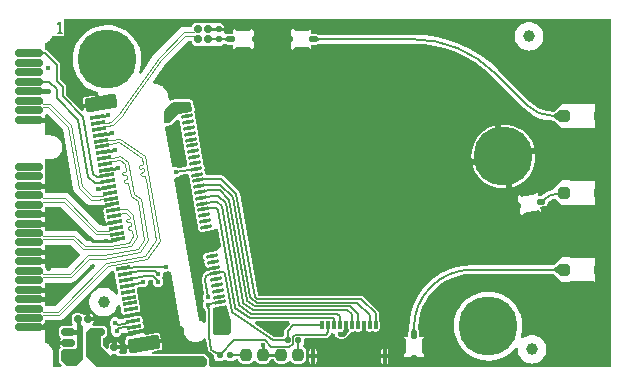
<source format=gtl>
G04*
G04 #@! TF.GenerationSoftware,Altium Limited,Altium Designer,20.1.12 (249)*
G04*
G04 Layer_Physical_Order=1*
G04 Layer_Color=255*
%FSLAX44Y44*%
%MOMM*%
G71*
G04*
G04 #@! TF.SameCoordinates,ADC5D222-85A9-45F4-B70E-F1EBAED22DC9*
G04*
G04*
G04 #@! TF.FilePolarity,Positive*
G04*
G01*
G75*
G04:AMPARAMS|DCode=24|XSize=0.3mm|YSize=0.7mm|CornerRadius=0.075mm|HoleSize=0mm|Usage=FLASHONLY|Rotation=0.000|XOffset=0mm|YOffset=0mm|HoleType=Round|Shape=RoundedRectangle|*
%AMROUNDEDRECTD24*
21,1,0.3000,0.5500,0,0,0.0*
21,1,0.1500,0.7000,0,0,0.0*
1,1,0.1500,0.0750,-0.2750*
1,1,0.1500,-0.0750,-0.2750*
1,1,0.1500,-0.0750,0.2750*
1,1,0.1500,0.0750,0.2750*
%
%ADD24ROUNDEDRECTD24*%
%ADD61C,0.1500*%
G04:AMPARAMS|DCode=62|XSize=0.95mm|YSize=1mm|CornerRadius=0.2375mm|HoleSize=0mm|Usage=FLASHONLY|Rotation=0.000|XOffset=0mm|YOffset=0mm|HoleType=Round|Shape=RoundedRectangle|*
%AMROUNDEDRECTD62*
21,1,0.9500,0.5250,0,0,0.0*
21,1,0.4750,1.0000,0,0,0.0*
1,1,0.4750,0.2375,-0.2625*
1,1,0.4750,-0.2375,-0.2625*
1,1,0.4750,-0.2375,0.2625*
1,1,0.4750,0.2375,0.2625*
%
%ADD62ROUNDEDRECTD62*%
G04:AMPARAMS|DCode=63|XSize=0.55mm|YSize=0.5mm|CornerRadius=0.125mm|HoleSize=0mm|Usage=FLASHONLY|Rotation=190.000|XOffset=0mm|YOffset=0mm|HoleType=Round|Shape=RoundedRectangle|*
%AMROUNDEDRECTD63*
21,1,0.5500,0.2500,0,0,190.0*
21,1,0.3000,0.5000,0,0,190.0*
1,1,0.2500,-0.1694,0.0971*
1,1,0.2500,0.1260,0.1492*
1,1,0.2500,0.1694,-0.0971*
1,1,0.2500,-0.1260,-0.1492*
%
%ADD63ROUNDEDRECTD63*%
G04:AMPARAMS|DCode=64|XSize=1.5mm|YSize=0.6mm|CornerRadius=0.15mm|HoleSize=0mm|Usage=FLASHONLY|Rotation=10.000|XOffset=0mm|YOffset=0mm|HoleType=Round|Shape=RoundedRectangle|*
%AMROUNDEDRECTD64*
21,1,1.5000,0.3000,0,0,10.0*
21,1,1.2000,0.6000,0,0,10.0*
1,1,0.3000,0.6169,-0.0435*
1,1,0.3000,-0.5648,-0.2519*
1,1,0.3000,-0.6169,0.0435*
1,1,0.3000,0.5648,0.2519*
%
%ADD64ROUNDEDRECTD64*%
G04:AMPARAMS|DCode=65|XSize=0.65mm|YSize=0.5mm|CornerRadius=0.125mm|HoleSize=0mm|Usage=FLASHONLY|Rotation=190.000|XOffset=0mm|YOffset=0mm|HoleType=Round|Shape=RoundedRectangle|*
%AMROUNDEDRECTD65*
21,1,0.6500,0.2500,0,0,190.0*
21,1,0.4000,0.5000,0,0,190.0*
1,1,0.2500,-0.2187,0.0884*
1,1,0.2500,0.1753,0.1578*
1,1,0.2500,0.2187,-0.0884*
1,1,0.2500,-0.1753,-0.1578*
%
%ADD65ROUNDEDRECTD65*%
G04:AMPARAMS|DCode=66|XSize=0.55mm|YSize=0.5mm|CornerRadius=0.125mm|HoleSize=0mm|Usage=FLASHONLY|Rotation=0.000|XOffset=0mm|YOffset=0mm|HoleType=Round|Shape=RoundedRectangle|*
%AMROUNDEDRECTD66*
21,1,0.5500,0.2500,0,0,0.0*
21,1,0.3000,0.5000,0,0,0.0*
1,1,0.2500,0.1500,-0.1250*
1,1,0.2500,-0.1500,-0.1250*
1,1,0.2500,-0.1500,0.1250*
1,1,0.2500,0.1500,0.1250*
%
%ADD66ROUNDEDRECTD66*%
G04:AMPARAMS|DCode=67|XSize=1.5mm|YSize=0.6mm|CornerRadius=0.15mm|HoleSize=0mm|Usage=FLASHONLY|Rotation=180.000|XOffset=0mm|YOffset=0mm|HoleType=Round|Shape=RoundedRectangle|*
%AMROUNDEDRECTD67*
21,1,1.5000,0.3000,0,0,180.0*
21,1,1.2000,0.6000,0,0,180.0*
1,1,0.3000,-0.6000,0.1500*
1,1,0.3000,0.6000,0.1500*
1,1,0.3000,0.6000,-0.1500*
1,1,0.3000,-0.6000,-0.1500*
%
%ADD67ROUNDEDRECTD67*%
G04:AMPARAMS|DCode=68|XSize=0.65mm|YSize=0.5mm|CornerRadius=0.125mm|HoleSize=0mm|Usage=FLASHONLY|Rotation=0.000|XOffset=0mm|YOffset=0mm|HoleType=Round|Shape=RoundedRectangle|*
%AMROUNDEDRECTD68*
21,1,0.6500,0.2500,0,0,0.0*
21,1,0.4000,0.5000,0,0,0.0*
1,1,0.2500,0.2000,-0.1250*
1,1,0.2500,-0.2000,-0.1250*
1,1,0.2500,-0.2000,0.1250*
1,1,0.2500,0.2000,0.1250*
%
%ADD68ROUNDEDRECTD68*%
G04:AMPARAMS|DCode=69|XSize=0.55mm|YSize=0.5mm|CornerRadius=0.125mm|HoleSize=0mm|Usage=FLASHONLY|Rotation=270.000|XOffset=0mm|YOffset=0mm|HoleType=Round|Shape=RoundedRectangle|*
%AMROUNDEDRECTD69*
21,1,0.5500,0.2500,0,0,270.0*
21,1,0.3000,0.5000,0,0,270.0*
1,1,0.2500,-0.1250,-0.1500*
1,1,0.2500,-0.1250,0.1500*
1,1,0.2500,0.1250,0.1500*
1,1,0.2500,0.1250,-0.1500*
%
%ADD69ROUNDEDRECTD69*%
G04:AMPARAMS|DCode=70|XSize=1.5mm|YSize=0.6mm|CornerRadius=0.15mm|HoleSize=0mm|Usage=FLASHONLY|Rotation=90.000|XOffset=0mm|YOffset=0mm|HoleType=Round|Shape=RoundedRectangle|*
%AMROUNDEDRECTD70*
21,1,1.5000,0.3000,0,0,90.0*
21,1,1.2000,0.6000,0,0,90.0*
1,1,0.3000,0.1500,0.6000*
1,1,0.3000,0.1500,-0.6000*
1,1,0.3000,-0.1500,-0.6000*
1,1,0.3000,-0.1500,0.6000*
%
%ADD70ROUNDEDRECTD70*%
G04:AMPARAMS|DCode=71|XSize=0.65mm|YSize=0.5mm|CornerRadius=0.125mm|HoleSize=0mm|Usage=FLASHONLY|Rotation=270.000|XOffset=0mm|YOffset=0mm|HoleType=Round|Shape=RoundedRectangle|*
%AMROUNDEDRECTD71*
21,1,0.6500,0.2500,0,0,270.0*
21,1,0.4000,0.5000,0,0,270.0*
1,1,0.2500,-0.1250,-0.2000*
1,1,0.2500,-0.1250,0.2000*
1,1,0.2500,0.1250,0.2000*
1,1,0.2500,0.1250,-0.2000*
%
%ADD71ROUNDEDRECTD71*%
%ADD72C,1.0000*%
G04:AMPARAMS|DCode=73|XSize=1.15mm|YSize=0.6mm|CornerRadius=0.15mm|HoleSize=0mm|Usage=FLASHONLY|Rotation=0.000|XOffset=0mm|YOffset=0mm|HoleType=Round|Shape=RoundedRectangle|*
%AMROUNDEDRECTD73*
21,1,1.1500,0.3000,0,0,0.0*
21,1,0.8500,0.6000,0,0,0.0*
1,1,0.3000,0.4250,-0.1500*
1,1,0.3000,-0.4250,-0.1500*
1,1,0.3000,-0.4250,0.1500*
1,1,0.3000,0.4250,0.1500*
%
%ADD73ROUNDEDRECTD73*%
G04:AMPARAMS|DCode=74|XSize=1.1mm|YSize=2.2mm|CornerRadius=0.275mm|HoleSize=0mm|Usage=FLASHONLY|Rotation=270.000|XOffset=0mm|YOffset=0mm|HoleType=Round|Shape=RoundedRectangle|*
%AMROUNDEDRECTD74*
21,1,1.1000,1.6500,0,0,270.0*
21,1,0.5500,2.2000,0,0,270.0*
1,1,0.5500,-0.8250,-0.2750*
1,1,0.5500,-0.8250,0.2750*
1,1,0.5500,0.8250,0.2750*
1,1,0.5500,0.8250,-0.2750*
%
%ADD74ROUNDEDRECTD74*%
G04:AMPARAMS|DCode=75|XSize=1mm|YSize=1mm|CornerRadius=0.25mm|HoleSize=0mm|Usage=FLASHONLY|Rotation=270.000|XOffset=0mm|YOffset=0mm|HoleType=Round|Shape=RoundedRectangle|*
%AMROUNDEDRECTD75*
21,1,1.0000,0.5000,0,0,270.0*
21,1,0.5000,1.0000,0,0,270.0*
1,1,0.5000,-0.2500,-0.2500*
1,1,0.5000,-0.2500,0.2500*
1,1,0.5000,0.2500,0.2500*
1,1,0.5000,0.2500,-0.2500*
%
%ADD75ROUNDEDRECTD75*%
G04:AMPARAMS|DCode=76|XSize=0.3mm|YSize=1mm|CornerRadius=0.075mm|HoleSize=0mm|Usage=FLASHONLY|Rotation=0.000|XOffset=0mm|YOffset=0mm|HoleType=Round|Shape=RoundedRectangle|*
%AMROUNDEDRECTD76*
21,1,0.3000,0.8500,0,0,0.0*
21,1,0.1500,1.0000,0,0,0.0*
1,1,0.1500,0.0750,-0.4250*
1,1,0.1500,-0.0750,-0.4250*
1,1,0.1500,-0.0750,0.4250*
1,1,0.1500,0.0750,0.4250*
%
%ADD76ROUNDEDRECTD76*%
G04:AMPARAMS|DCode=77|XSize=0.6mm|YSize=2.3mm|CornerRadius=0.15mm|HoleSize=0mm|Usage=FLASHONLY|Rotation=90.000|XOffset=0mm|YOffset=0mm|HoleType=Round|Shape=RoundedRectangle|*
%AMROUNDEDRECTD77*
21,1,0.6000,2.0000,0,0,90.0*
21,1,0.3000,2.3000,0,0,90.0*
1,1,0.3000,1.0000,0.1500*
1,1,0.3000,1.0000,-0.1500*
1,1,0.3000,-1.0000,-0.1500*
1,1,0.3000,-1.0000,0.1500*
%
%ADD77ROUNDEDRECTD77*%
G04:AMPARAMS|DCode=78|XSize=1.2mm|YSize=2.7mm|CornerRadius=0.15mm|HoleSize=0mm|Usage=FLASHONLY|Rotation=100.000|XOffset=0mm|YOffset=0mm|HoleType=Round|Shape=RoundedRectangle|*
%AMROUNDEDRECTD78*
21,1,1.2000,2.4000,0,0,100.0*
21,1,0.9000,2.7000,0,0,100.0*
1,1,0.3000,1.1036,0.6515*
1,1,0.3000,1.2599,-0.2348*
1,1,0.3000,-1.1036,-0.6515*
1,1,0.3000,-1.2599,0.2348*
%
%ADD78ROUNDEDRECTD78*%
G04:AMPARAMS|DCode=79|XSize=0.3mm|YSize=1.25mm|CornerRadius=0.075mm|HoleSize=0mm|Usage=FLASHONLY|Rotation=100.000|XOffset=0mm|YOffset=0mm|HoleType=Round|Shape=RoundedRectangle|*
%AMROUNDEDRECTD79*
21,1,0.3000,1.1000,0,0,100.0*
21,1,0.1500,1.2500,0,0,100.0*
1,1,0.1500,0.5286,0.1694*
1,1,0.1500,0.5547,0.0217*
1,1,0.1500,-0.5286,-0.1694*
1,1,0.1500,-0.5547,-0.0217*
%
%ADD79ROUNDEDRECTD79*%
G04:AMPARAMS|DCode=80|XSize=0.3mm|YSize=1mm|CornerRadius=0.075mm|HoleSize=0mm|Usage=FLASHONLY|Rotation=100.000|XOffset=0mm|YOffset=0mm|HoleType=Round|Shape=RoundedRectangle|*
%AMROUNDEDRECTD80*
21,1,0.3000,0.8500,0,0,100.0*
21,1,0.1500,1.0000,0,0,100.0*
1,1,0.1500,0.4055,0.1477*
1,1,0.1500,0.4316,-0.0001*
1,1,0.1500,-0.4055,-0.1477*
1,1,0.1500,-0.4316,0.0001*
%
%ADD80ROUNDEDRECTD80*%
G04:AMPARAMS|DCode=81|XSize=0.55mm|YSize=0.55mm|CornerRadius=0.1375mm|HoleSize=0mm|Usage=FLASHONLY|Rotation=0.000|XOffset=0mm|YOffset=0mm|HoleType=Round|Shape=RoundedRectangle|*
%AMROUNDEDRECTD81*
21,1,0.5500,0.2750,0,0,0.0*
21,1,0.2750,0.5500,0,0,0.0*
1,1,0.2750,0.1375,-0.1375*
1,1,0.2750,-0.1375,-0.1375*
1,1,0.2750,-0.1375,0.1375*
1,1,0.2750,0.1375,0.1375*
%
%ADD81ROUNDEDRECTD81*%
G04:AMPARAMS|DCode=82|XSize=0.6mm|YSize=0.6mm|CornerRadius=0.15mm|HoleSize=0mm|Usage=FLASHONLY|Rotation=180.000|XOffset=0mm|YOffset=0mm|HoleType=Round|Shape=RoundedRectangle|*
%AMROUNDEDRECTD82*
21,1,0.6000,0.3000,0,0,180.0*
21,1,0.3000,0.6000,0,0,180.0*
1,1,0.3000,-0.1500,0.1500*
1,1,0.3000,0.1500,0.1500*
1,1,0.3000,0.1500,-0.1500*
1,1,0.3000,-0.1500,-0.1500*
%
%ADD82ROUNDEDRECTD82*%
G04:AMPARAMS|DCode=83|XSize=0.55mm|YSize=0.55mm|CornerRadius=0.1375mm|HoleSize=0mm|Usage=FLASHONLY|Rotation=270.000|XOffset=0mm|YOffset=0mm|HoleType=Round|Shape=RoundedRectangle|*
%AMROUNDEDRECTD83*
21,1,0.5500,0.2750,0,0,270.0*
21,1,0.2750,0.5500,0,0,270.0*
1,1,0.2750,-0.1375,-0.1375*
1,1,0.2750,-0.1375,0.1375*
1,1,0.2750,0.1375,0.1375*
1,1,0.2750,0.1375,-0.1375*
%
%ADD83ROUNDEDRECTD83*%
G04:AMPARAMS|DCode=84|XSize=0.6mm|YSize=0.6mm|CornerRadius=0.15mm|HoleSize=0mm|Usage=FLASHONLY|Rotation=270.000|XOffset=0mm|YOffset=0mm|HoleType=Round|Shape=RoundedRectangle|*
%AMROUNDEDRECTD84*
21,1,0.6000,0.3000,0,0,270.0*
21,1,0.3000,0.6000,0,0,270.0*
1,1,0.3000,-0.1500,-0.1500*
1,1,0.3000,-0.1500,0.1500*
1,1,0.3000,0.1500,0.1500*
1,1,0.3000,0.1500,-0.1500*
%
%ADD84ROUNDEDRECTD84*%
%ADD85C,0.3000*%
%ADD86C,0.4500*%
%ADD87C,0.1100*%
%ADD88C,0.4000*%
%ADD89C,0.2500*%
%ADD90C,0.1350*%
%ADD91C,5.0000*%
G04:AMPARAMS|DCode=92|XSize=5.3mm|YSize=5.3mm|CornerRadius=0.3975mm|HoleSize=0mm|Usage=FLASHONLY|Rotation=0.000|XOffset=0mm|YOffset=0mm|HoleType=Round|Shape=RoundedRectangle|*
%AMROUNDEDRECTD92*
21,1,5.3000,4.5050,0,0,0.0*
21,1,4.5050,5.3000,0,0,0.0*
1,1,0.7950,2.2525,-2.2525*
1,1,0.7950,-2.2525,-2.2525*
1,1,0.7950,-2.2525,2.2525*
1,1,0.7950,2.2525,2.2525*
%
%ADD92ROUNDEDRECTD92*%
%ADD93C,0.4500*%
G36*
X186000Y282500D02*
Y277500D01*
X182500D01*
X179500Y279500D01*
Y280500D01*
X182500Y282500D01*
X186000Y282500D01*
D02*
G37*
G36*
X506951Y2549D02*
X167673D01*
X167048Y3358D01*
X166450Y4549D01*
X166539Y5000D01*
Y9500D01*
X166539Y9500D01*
X166384Y10280D01*
X165942Y10942D01*
X165942Y10942D01*
X163942Y12942D01*
X163942Y12942D01*
X163280Y13384D01*
X162500Y13539D01*
X145500D01*
X118628Y13539D01*
X118453Y15532D01*
X124389Y16578D01*
X125502Y17011D01*
X126364Y17836D01*
X126844Y18929D01*
X126870Y20122D01*
X126393Y22830D01*
X111563Y20215D01*
X96733Y17600D01*
X97096Y15539D01*
X96181Y14032D01*
X95591Y13539D01*
X91181Y13539D01*
X90916Y13935D01*
X90163Y15837D01*
X90826Y16830D01*
X91009Y17750D01*
X86500D01*
Y19500D01*
X84750D01*
Y24009D01*
X83829Y23826D01*
X82837Y23163D01*
X82174Y22171D01*
X81941Y21000D01*
Y18771D01*
X79982Y17902D01*
X77042Y20842D01*
X77064Y27294D01*
X77866Y27453D01*
X79023Y28227D01*
X79797Y29384D01*
X80069Y30750D01*
Y33750D01*
X79797Y35116D01*
X79023Y36273D01*
X77866Y37047D01*
X76500Y37319D01*
X68492D01*
X67843Y38849D01*
X67841Y39289D01*
X67913Y39337D01*
X68576Y40329D01*
X68759Y41250D01*
X64250D01*
Y43000D01*
X62500D01*
Y47509D01*
X61579Y47326D01*
X60587Y46663D01*
X58685Y47416D01*
X58116Y47797D01*
X56750Y48069D01*
X53750D01*
X52384Y47797D01*
X51227Y47023D01*
X50453Y45866D01*
X50181Y44500D01*
Y41500D01*
X50453Y40134D01*
X50998Y39319D01*
X50611Y38060D01*
X50112Y37319D01*
X43000D01*
X41634Y37047D01*
X40477Y36273D01*
X39703Y35116D01*
X39431Y33750D01*
Y30750D01*
X39703Y29384D01*
X40315Y28469D01*
X40824Y26479D01*
X40837Y26413D01*
X40174Y25420D01*
X39991Y24500D01*
X47250D01*
Y21000D01*
X39991D01*
X40174Y20080D01*
X40837Y19087D01*
X39773Y17392D01*
X39430Y16878D01*
X39275Y16098D01*
Y8098D01*
X39430Y7318D01*
X39872Y6656D01*
X39872Y6656D01*
X42131Y4397D01*
X41366Y2549D01*
X34549D01*
X34549Y13500D01*
X34536Y13562D01*
X34546Y13625D01*
X34507Y14409D01*
X34461Y14592D01*
Y14781D01*
X34155Y16320D01*
X34059Y16552D01*
X34010Y16798D01*
X33410Y18247D01*
X33271Y18455D01*
X33175Y18687D01*
X32303Y19991D01*
X32126Y20169D01*
X31986Y20377D01*
X30877Y21486D01*
X30669Y21626D01*
X30491Y21803D01*
X29187Y22675D01*
X28955Y22771D01*
X28747Y22910D01*
X27750Y23323D01*
Y41961D01*
X39738D01*
X41513Y42314D01*
X43018Y43320D01*
X83244Y83545D01*
X86039Y84038D01*
X86088Y83757D01*
X86485Y82737D01*
X87048Y82149D01*
X86720Y81404D01*
X86696Y80310D01*
X86956Y78833D01*
X87353Y77813D01*
X87916Y77225D01*
X87588Y76480D01*
X87564Y75386D01*
X87825Y73909D01*
X88221Y72889D01*
X88784Y72301D01*
X88456Y71556D01*
X88432Y70462D01*
X88693Y68984D01*
X89089Y67965D01*
X89652Y67377D01*
X89325Y66631D01*
X89301Y65538D01*
X89472Y64568D01*
X87575Y63806D01*
X86772Y65007D01*
X86630Y65149D01*
X86519Y65316D01*
X85126Y66709D01*
X84959Y66821D01*
X84817Y66963D01*
X83179Y68057D01*
X82993Y68134D01*
X82827Y68246D01*
X81007Y69000D01*
X80810Y69039D01*
X80624Y69116D01*
X78692Y69500D01*
X78491D01*
X78294Y69539D01*
X77309Y69539D01*
X76325Y69539D01*
X76128Y69500D01*
X75927D01*
X73995Y69116D01*
X73809Y69039D01*
X73612Y69000D01*
X71792Y68246D01*
X71625Y68134D01*
X71440Y68057D01*
X69802Y66963D01*
X69660Y66821D01*
X69493Y66709D01*
X68100Y65317D01*
X67988Y65149D01*
X67846Y65008D01*
X66752Y63370D01*
X66675Y63184D01*
X66564Y63017D01*
X65810Y61197D01*
X65771Y61000D01*
X65694Y60815D01*
X65309Y58883D01*
Y58682D01*
X65270Y58485D01*
X65270Y57500D01*
X65270Y56515D01*
X65309Y56318D01*
Y56117D01*
X65694Y54185D01*
X65771Y54000D01*
X65810Y53803D01*
X66564Y51983D01*
X66675Y51816D01*
X66752Y51630D01*
X67846Y49992D01*
X67989Y49850D01*
X68100Y49683D01*
X69493Y48291D01*
X69660Y48179D01*
X69802Y48037D01*
X71440Y46943D01*
X71625Y46866D01*
X71792Y46754D01*
X73612Y46000D01*
X73809Y45961D01*
X73995Y45884D01*
X75927Y45500D01*
X76128D01*
X76325Y45461D01*
X77309Y45461D01*
X78294Y45461D01*
X78491Y45500D01*
X78692D01*
X80624Y45884D01*
X80810Y45961D01*
X81007Y46000D01*
X82827Y46754D01*
X82994Y46866D01*
X83179Y46943D01*
X84817Y48037D01*
X84959Y48179D01*
X85126Y48291D01*
X86519Y49683D01*
X86630Y49850D01*
X86772Y49992D01*
X87867Y51630D01*
X87944Y51816D01*
X88055Y51983D01*
X88809Y53803D01*
X88848Y54000D01*
X88925Y54185D01*
X89109Y55109D01*
X91144Y55086D01*
X91298Y54212D01*
X91694Y53193D01*
X92257Y52604D01*
X91929Y51859D01*
X91905Y50766D01*
X92166Y49288D01*
X92562Y48269D01*
X93319Y47478D01*
X93443Y47160D01*
X93295Y46825D01*
X93276Y45930D01*
X93309Y45740D01*
X92312Y44052D01*
X90168Y43568D01*
X89881Y43769D01*
X88179Y44518D01*
X86320Y44558D01*
X84586Y43884D01*
X83243Y42598D01*
X82494Y40896D01*
X82453Y39037D01*
X83127Y37303D01*
X83319Y37103D01*
X83821Y34256D01*
X83709Y34002D01*
X83669Y32143D01*
X84343Y30410D01*
X85629Y29066D01*
X87331Y28317D01*
X89191Y28276D01*
X90924Y28950D01*
X92268Y30236D01*
X92798Y30994D01*
X95513Y31473D01*
X95880Y31158D01*
X96141Y29681D01*
X96465Y28846D01*
X96499Y28811D01*
X96605Y28412D01*
X96555Y26669D01*
X96429Y26303D01*
X96154Y26041D01*
X95674Y24948D01*
X95648Y23755D01*
X96125Y21047D01*
X110955Y23662D01*
X125785Y26277D01*
X125308Y28985D01*
X124875Y30097D01*
X124050Y30959D01*
X122957Y31440D01*
X121764Y31466D01*
X112963Y29914D01*
X111582Y31376D01*
X111579Y31388D01*
X103990Y30050D01*
X103632Y32079D01*
X104879Y32399D01*
X106367Y33515D01*
X106499Y33737D01*
X108852Y34152D01*
X109871Y34548D01*
X109990Y34662D01*
X110805Y34805D01*
X110654Y34964D01*
X110661Y35305D01*
X111102Y36306D01*
X111126Y37400D01*
X110865Y38877D01*
X110469Y39897D01*
X109906Y40485D01*
X110234Y41230D01*
X110258Y42324D01*
X109997Y43801D01*
X109601Y44821D01*
X108844Y45611D01*
X108720Y45930D01*
X108809Y46131D01*
X107992Y45987D01*
X107843Y46052D01*
X106749Y46076D01*
X104363Y45656D01*
X104017Y45917D01*
X102215Y46381D01*
X101137Y46228D01*
X100830Y47969D01*
X106247Y48924D01*
X107267Y49320D01*
X107385Y49433D01*
X108201Y49577D01*
X108049Y49736D01*
X108057Y50077D01*
X108497Y51079D01*
X108521Y52172D01*
X108261Y53649D01*
X107864Y54669D01*
X107301Y55257D01*
X107629Y56002D01*
X107653Y57096D01*
X107393Y58573D01*
X106996Y59593D01*
X106433Y60181D01*
X106761Y60927D01*
X106785Y62020D01*
X106524Y63498D01*
X106128Y64517D01*
X105565Y65105D01*
X105893Y65851D01*
X105917Y66944D01*
X105656Y68422D01*
X105718Y68692D01*
X106577Y70065D01*
X108720Y70578D01*
X108842Y70497D01*
X110500Y70167D01*
X112158Y70497D01*
X113564Y71436D01*
X114503Y72842D01*
X114833Y74500D01*
X114794Y74696D01*
X116021Y76256D01*
X117829Y76332D01*
X119225Y74792D01*
X119167Y74500D01*
X119497Y72842D01*
X120436Y71436D01*
X121842Y70497D01*
X123500Y70167D01*
X125158Y70497D01*
X126564Y71436D01*
X127503Y72842D01*
X127833Y74500D01*
X127503Y76158D01*
X126564Y77564D01*
Y77936D01*
X127503Y79342D01*
X127833Y81000D01*
X127692Y81708D01*
X129292Y83308D01*
X130000Y83167D01*
X131658Y83497D01*
X131824Y83607D01*
X134020Y82669D01*
X141809Y38495D01*
Y38495D01*
X142097Y37753D01*
X142647Y37178D01*
X143376Y36858D01*
X143997Y36844D01*
X144316Y36732D01*
X144405Y36665D01*
X145632Y35067D01*
X145603Y34851D01*
X145422Y34035D01*
X145441Y33615D01*
X145386Y33199D01*
X145495Y32371D01*
X145531Y31535D01*
X145657Y31135D01*
X145712Y30719D01*
X146032Y29947D01*
X146283Y29150D01*
X146509Y28796D01*
X146669Y28408D01*
X147178Y27745D01*
X147627Y27040D01*
X147937Y26757D01*
X148192Y26424D01*
X148855Y25915D01*
X149472Y25350D01*
X149844Y25157D01*
X150177Y24901D01*
X150949Y24581D01*
X151690Y24195D01*
X152100Y24104D01*
X152488Y23944D01*
X153316Y23835D01*
X154132Y23654D01*
X154552Y23672D01*
X154968Y23617D01*
X155796Y23726D01*
X156631Y23763D01*
X157032Y23889D01*
X157448Y23944D01*
X158220Y24264D01*
X159017Y24515D01*
X159371Y24741D01*
X159759Y24901D01*
X160422Y25410D01*
X161127Y25859D01*
X161410Y26168D01*
X161743Y26424D01*
X162061Y26838D01*
X162841Y26833D01*
X164196Y26248D01*
X165856Y16832D01*
X166253Y15813D01*
X167009Y15022D01*
X170684Y12449D01*
Y11125D01*
X170946Y9808D01*
X171692Y8692D01*
X172808Y7946D01*
X174125Y7684D01*
X176875D01*
X178192Y7946D01*
X178602Y8220D01*
X180000Y8536D01*
X181398Y8220D01*
X181808Y7946D01*
X183125Y7684D01*
X185875D01*
X187192Y7946D01*
X188308Y8692D01*
X188979Y9696D01*
X191100D01*
X191404Y8168D01*
X192371Y6721D01*
X193818Y5754D01*
X195525Y5414D01*
X200275D01*
X201982Y5754D01*
X203429Y6721D01*
X203875Y7388D01*
X206125Y7388D01*
X206571Y6721D01*
X208018Y5754D01*
X209725Y5414D01*
X214475D01*
X216182Y5754D01*
X217629Y6721D01*
X218596Y8168D01*
X218799Y9186D01*
X221201D01*
X221404Y8168D01*
X222371Y6721D01*
X223818Y5754D01*
X225525Y5414D01*
X230275D01*
X231982Y5754D01*
X233429Y6721D01*
X233875Y7388D01*
X236125D01*
X236571Y6721D01*
X238018Y5754D01*
X239725Y5414D01*
X244475D01*
X246182Y5754D01*
X247629Y6721D01*
X248596Y8168D01*
X248936Y9875D01*
Y15125D01*
X248596Y16832D01*
X247629Y18279D01*
X246339Y19141D01*
X246049Y20264D01*
X245907Y21340D01*
X246554Y22308D01*
X246816Y23625D01*
Y26375D01*
X247490Y27196D01*
X265401D01*
X266474Y27410D01*
X267384Y28017D01*
X269483Y30116D01*
X270090Y31026D01*
X270177Y31267D01*
X270954Y31420D01*
X272853Y30810D01*
X273183Y29152D01*
X274122Y27746D01*
X275528Y26807D01*
X277186Y26477D01*
X279614D01*
X281272Y26807D01*
X282678Y27746D01*
X285564Y30632D01*
X286503Y32038D01*
X286591Y32478D01*
X286750Y32446D01*
X288250D01*
X289323Y32660D01*
X290000Y33112D01*
X290677Y32660D01*
X291750Y32446D01*
X293250D01*
X294323Y32660D01*
X295233Y33267D01*
X295568Y33334D01*
X295750Y33212D01*
Y34041D01*
X295841Y34177D01*
X296054Y35250D01*
Y38000D01*
X298946D01*
Y35250D01*
X299159Y34177D01*
X299250Y34041D01*
Y33212D01*
X299432Y33334D01*
X299767Y33267D01*
X300677Y32660D01*
X301750Y32446D01*
X303250D01*
X304323Y32660D01*
X305000Y33112D01*
X305677Y32660D01*
X306750Y32446D01*
X308250D01*
X309323Y32660D01*
X310233Y33267D01*
X310840Y34177D01*
X311054Y35250D01*
Y40750D01*
X310840Y41823D01*
X310304Y42626D01*
Y47861D01*
X310090Y48934D01*
X309483Y49843D01*
X297343Y61983D01*
X296434Y62590D01*
X295361Y62804D01*
X208384D01*
X207789Y63221D01*
X192521Y149810D01*
X192409Y150096D01*
X192350Y150397D01*
X192213Y150601D01*
X192124Y150830D01*
X191912Y151051D01*
X191742Y151306D01*
X179065Y163983D01*
X178156Y164590D01*
X177083Y164804D01*
X165586D01*
X165561Y164799D01*
X164882Y164999D01*
X163502Y166511D01*
X163338Y167442D01*
X162941Y168462D01*
X162378Y169050D01*
X162706Y169795D01*
X162730Y170889D01*
X162469Y172366D01*
X162073Y173386D01*
X161510Y173974D01*
X161838Y174719D01*
X161862Y175813D01*
X161601Y177290D01*
X161205Y178310D01*
X160641Y178898D01*
X160970Y179643D01*
X160993Y180737D01*
X160733Y182214D01*
X160336Y183234D01*
X159773Y183822D01*
X160101Y184567D01*
X160125Y185661D01*
X159865Y187138D01*
X159468Y188158D01*
X158905Y188746D01*
X159233Y189492D01*
X159257Y190585D01*
X158996Y192062D01*
X158600Y193082D01*
X158037Y193670D01*
X158365Y194415D01*
X158389Y195509D01*
X158128Y196986D01*
X157732Y198006D01*
X157169Y198594D01*
X157497Y199340D01*
X157520Y200433D01*
X157260Y201910D01*
X156863Y202930D01*
X156300Y203518D01*
X156628Y204264D01*
X156652Y205357D01*
X156392Y206835D01*
X155995Y207854D01*
X155432Y208442D01*
X155760Y209188D01*
X155784Y210281D01*
X155524Y211759D01*
X155127Y212778D01*
X154564Y213366D01*
X154892Y214112D01*
X154916Y215205D01*
X154655Y216683D01*
X154259Y217702D01*
X153751Y218233D01*
X153862Y218395D01*
X153863Y218396D01*
X153864Y218397D01*
X154022Y218767D01*
X154177Y219126D01*
X154177Y219127D01*
X154177Y219129D01*
X154291Y219665D01*
X154291Y219666D01*
X154291Y219668D01*
X154296Y220060D01*
X154301Y220460D01*
X154300Y220462D01*
X154300Y220463D01*
X153305Y225774D01*
X153305Y225774D01*
Y225775D01*
X153134Y226683D01*
X153067Y226851D01*
X153037Y227029D01*
X152920Y227217D01*
X152837Y227422D01*
X152711Y227551D01*
X152615Y227704D01*
X151981Y228378D01*
X151917Y228424D01*
X151870Y228488D01*
X151595Y228654D01*
X151334Y228840D01*
X151266Y228856D01*
X151224Y228884D01*
X151208Y228887D01*
X151189Y228899D01*
X151136Y228918D01*
X150788Y228971D01*
X150654Y228997D01*
X150559Y229019D01*
X150550Y229018D01*
X150443Y229039D01*
X150295Y229039D01*
X137500Y229039D01*
X137499Y229039D01*
X137143Y229039D01*
X136946Y229000D01*
X136746D01*
X136046Y228861D01*
X135860Y228784D01*
X135663Y228745D01*
X135004Y228472D01*
X134837Y228360D01*
X134652Y228283D01*
X134076Y227899D01*
X133806Y227956D01*
X132296Y229106D01*
X132272Y229636D01*
X132341Y230161D01*
X132204Y231208D01*
X132158Y232263D01*
X131998Y232768D01*
X131929Y233293D01*
X131525Y234269D01*
X131208Y235276D01*
X130923Y235723D01*
X130720Y236213D01*
X130077Y237050D01*
X129510Y237941D01*
X129119Y238299D01*
X128797Y238719D01*
X127959Y239362D01*
X127180Y240075D01*
X126710Y240320D01*
X126290Y240643D01*
X125314Y241047D01*
X124378Y241535D01*
X123860Y241649D01*
X123371Y241852D01*
X122324Y241990D01*
X121293Y242218D01*
X120763Y242195D01*
X120238Y242264D01*
X119930Y242224D01*
X118876Y243773D01*
X118811Y244112D01*
X129738Y259717D01*
X148481Y278461D01*
X151939D01*
X152000Y278155D01*
Y277000D01*
X152883Y276117D01*
X152977Y275977D01*
X153117Y275883D01*
X155000Y274000D01*
X177000D01*
X179177Y276177D01*
X180809D01*
X181369Y275803D01*
X181553Y275727D01*
X181720Y275616D01*
X181918Y275577D01*
X182104Y275499D01*
X182304Y275500D01*
X182500Y275461D01*
X183127D01*
X183250Y275436D01*
X186711D01*
Y273250D01*
X186866Y272470D01*
X187308Y271808D01*
X187970Y271366D01*
X188750Y271211D01*
X202250D01*
X203030Y271366D01*
X203692Y271808D01*
X204134Y272470D01*
X204289Y273250D01*
Y286750D01*
X204134Y287530D01*
X203692Y288192D01*
X203030Y288634D01*
X202250Y288789D01*
X188750D01*
X187970Y288634D01*
X187308Y288192D01*
X186866Y287530D01*
X186711Y286750D01*
Y284564D01*
X183250D01*
X183127Y284539D01*
X182500D01*
X182304Y284500D01*
X182104Y284500D01*
X181918Y284423D01*
X181720Y284384D01*
X181553Y284273D01*
X181369Y284197D01*
X179500Y285189D01*
Y291500D01*
X177000Y294000D01*
X158845D01*
X158500Y294069D01*
X155500D01*
X155155Y294000D01*
X154500D01*
X154337Y293837D01*
X154134Y293797D01*
X152977Y293023D01*
X152203Y291866D01*
X152163Y291663D01*
X152000Y291500D01*
Y290844D01*
X151939Y290539D01*
X145400D01*
X143625Y290186D01*
X142120Y289180D01*
X120737Y267797D01*
X120511Y267459D01*
X120217Y267178D01*
X108673Y250692D01*
X106899Y251645D01*
X108004Y254449D01*
X108992Y258906D01*
X109270Y263462D01*
X108833Y268005D01*
X107690Y272425D01*
X105870Y276611D01*
X103417Y280461D01*
X100392Y283879D01*
X96870Y286783D01*
X92937Y289100D01*
X88690Y290772D01*
X84234Y291761D01*
X79677Y292039D01*
X75134Y291602D01*
X70714Y290459D01*
X66528Y288639D01*
X62678Y286186D01*
X59260Y283161D01*
X56356Y279639D01*
X54039Y275706D01*
X52366Y271459D01*
X51378Y267002D01*
X51100Y262446D01*
X51537Y257903D01*
X52680Y253483D01*
X54500Y249297D01*
X56953Y245447D01*
X59978Y242029D01*
X63500Y239125D01*
X67433Y236808D01*
X71680Y235135D01*
X72374Y234981D01*
X72330Y232943D01*
X62184Y231154D01*
X61071Y230721D01*
X60209Y229896D01*
X59728Y228803D01*
X59703Y227610D01*
X60180Y224902D01*
X75010Y227517D01*
X75618Y224070D01*
X60788Y221455D01*
X60991Y220303D01*
X59131Y219334D01*
X45304Y233161D01*
Y240000D01*
X45090Y241073D01*
X44483Y241983D01*
X40304Y246161D01*
Y258500D01*
X40090Y259573D01*
X39483Y260483D01*
X29983Y269983D01*
X29073Y270590D01*
X28000Y270804D01*
X27750D01*
Y276677D01*
X28747Y277090D01*
X28955Y277229D01*
X29187Y277325D01*
X30491Y278197D01*
X30669Y278374D01*
X30877Y278514D01*
X31986Y279622D01*
X32126Y279831D01*
X32303Y280009D01*
X33175Y281313D01*
X33271Y281545D01*
X33410Y281753D01*
X33834Y282776D01*
X35834Y282502D01*
Y282502D01*
X44166D01*
Y297451D01*
X506951D01*
Y2549D01*
D02*
G37*
G36*
X150295Y227000D02*
X150444Y227000D01*
X150496Y226981D01*
X151130Y226307D01*
X151300Y225398D01*
X152296Y220087D01*
X152183Y219551D01*
X151872Y219100D01*
X151643Y218952D01*
X151407Y218957D01*
X143036Y217481D01*
X142062Y217102D01*
X141500Y217000D01*
X133554Y209522D01*
X133151Y209265D01*
X132708Y209090D01*
X132239Y209000D01*
X132000Y209000D01*
X130500D01*
X130102Y209000D01*
X129367Y209304D01*
X128805Y209867D01*
X128500Y210602D01*
X128500Y211000D01*
Y218357D01*
X128639Y219056D01*
X128912Y219715D01*
X129308Y220308D01*
X129561Y220560D01*
X129561Y220561D01*
X134939Y225939D01*
X135191Y226192D01*
X135785Y226588D01*
X136444Y226861D01*
X137143Y227000D01*
X137500Y227000D01*
X137500Y227000D01*
X150295Y227000D01*
D02*
G37*
G36*
X140124Y211891D02*
X141654Y210403D01*
X141630Y209309D01*
X141890Y207832D01*
X142287Y206812D01*
X142850Y206224D01*
X142522Y205478D01*
X142498Y204385D01*
X142759Y202908D01*
X143155Y201888D01*
X143718Y201300D01*
X143390Y200555D01*
X143366Y199461D01*
X143627Y197983D01*
X144024Y196964D01*
X144587Y196376D01*
X144259Y195630D01*
X144235Y194537D01*
X144495Y193060D01*
X144892Y192040D01*
X145455Y191452D01*
X145127Y190706D01*
X145103Y189613D01*
X145364Y188136D01*
X145760Y187116D01*
X146323Y186528D01*
X145995Y185782D01*
X145971Y184689D01*
X146232Y183211D01*
X146628Y182192D01*
X147191Y181604D01*
X146863Y180858D01*
X146840Y179765D01*
X147100Y178287D01*
X147496Y177268D01*
X148060Y176680D01*
X147732Y175934D01*
X147708Y174841D01*
X147968Y173363D01*
X146494Y171635D01*
X141287Y170717D01*
X140265Y171400D01*
X138606Y171730D01*
X137229Y171456D01*
X136708Y171538D01*
X135012Y172512D01*
X129268Y205087D01*
X129299Y205215D01*
X129526Y205709D01*
X129667Y205889D01*
X130969Y206961D01*
X132000D01*
X132238Y206961D01*
X132428Y206998D01*
X132621Y206997D01*
X133090Y207087D01*
X133269Y207159D01*
X133459Y207194D01*
X133903Y207370D01*
X134065Y207475D01*
X134246Y207545D01*
X134649Y207801D01*
X134788Y207934D01*
X134952Y208037D01*
X139168Y212005D01*
X140124Y211891D01*
D02*
G37*
G36*
X42719Y203720D02*
X51563Y153563D01*
X51746Y153090D01*
X51845Y152593D01*
X52071Y152255D01*
X52219Y151876D01*
X52569Y151510D01*
X52851Y151088D01*
X63102Y140837D01*
X64607Y139831D01*
X66383Y139478D01*
X66383Y139478D01*
X72472D01*
X73063Y139596D01*
X73277Y139591D01*
X74787Y139857D01*
X76779Y139487D01*
X77039Y138010D01*
X77364Y137175D01*
X77617Y136911D01*
X77610Y136569D01*
X77169Y135568D01*
X77145Y134474D01*
X77406Y132997D01*
X77802Y131977D01*
X78365Y131389D01*
X78037Y130644D01*
X78013Y129550D01*
X78274Y128073D01*
X78670Y127053D01*
X79427Y126263D01*
X79551Y125945D01*
X79403Y125610D01*
X79384Y124715D01*
X79390Y124679D01*
X77809Y122679D01*
X73881D01*
X47880Y148680D01*
X46375Y149686D01*
X44600Y150039D01*
X27750D01*
Y178451D01*
X32500D01*
X32583Y178468D01*
X32667Y178457D01*
X33646Y178521D01*
X33888Y178586D01*
X34139Y178602D01*
X36030Y179109D01*
X36329Y179256D01*
X36645Y179363D01*
X38340Y180343D01*
X38591Y180562D01*
X38868Y180748D01*
X40252Y182132D01*
X40438Y182409D01*
X40658Y182660D01*
X41636Y184356D01*
X41744Y184671D01*
X41891Y184970D01*
X42398Y186861D01*
X42420Y187194D01*
X42485Y187521D01*
Y189479D01*
X42420Y189806D01*
X42398Y190139D01*
X41891Y192030D01*
X41744Y192329D01*
X41636Y192645D01*
X40658Y194340D01*
X40438Y194591D01*
X40252Y194868D01*
X38868Y196252D01*
X38591Y196438D01*
X38340Y196658D01*
X36644Y197636D01*
X36329Y197744D01*
X36030Y197891D01*
X34139Y198398D01*
X33888Y198414D01*
X33646Y198479D01*
X32667Y198543D01*
X32583Y198532D01*
X32500Y198549D01*
X27750D01*
Y215861D01*
X29750Y216689D01*
X42719Y203720D01*
D02*
G37*
G36*
X67520Y111960D02*
X68299Y111439D01*
X67692Y109439D01*
X63081D01*
X55840Y116680D01*
X54335Y117686D01*
X52560Y118039D01*
X27750D01*
Y137961D01*
X41519D01*
X67520Y111960D01*
D02*
G37*
G36*
X148512Y165521D02*
X149540Y164447D01*
X149705Y163515D01*
X150101Y162496D01*
X150664Y161907D01*
X150336Y161162D01*
X150312Y160068D01*
X150573Y158591D01*
X150969Y157572D01*
X151532Y156983D01*
X151205Y156238D01*
X151181Y155144D01*
X151441Y153667D01*
X151838Y152647D01*
X152401Y152059D01*
X152073Y151314D01*
X152049Y150220D01*
X152309Y148743D01*
X152706Y147724D01*
X153269Y147135D01*
X152941Y146390D01*
X152917Y145296D01*
X153178Y143819D01*
X153574Y142800D01*
X154137Y142211D01*
X153809Y141466D01*
X153785Y140372D01*
X154046Y138895D01*
X154442Y137875D01*
X155006Y137287D01*
X154677Y136542D01*
X154654Y135448D01*
X154914Y133971D01*
X155311Y132951D01*
X155874Y132363D01*
X155546Y131618D01*
X155522Y130524D01*
X155782Y129047D01*
X156179Y128027D01*
X156742Y127439D01*
X156414Y126694D01*
X156390Y125600D01*
X156651Y124123D01*
X157047Y123103D01*
X157610Y122515D01*
X157282Y121770D01*
X157258Y120676D01*
X157519Y119199D01*
X157915Y118179D01*
X158672Y117389D01*
X159673Y116948D01*
X160767Y116924D01*
X169138Y118400D01*
X170158Y118797D01*
X170369Y119000D01*
X174306D01*
X176809Y104809D01*
X172769Y100769D01*
X172245Y100780D01*
X163874Y99304D01*
X162854Y98907D01*
X162064Y98151D01*
X161623Y97150D01*
X161600Y96056D01*
X161860Y94579D01*
X162257Y93559D01*
X162820Y92971D01*
X162492Y92226D01*
X162468Y91132D01*
X162728Y89655D01*
X163125Y88635D01*
X163881Y87845D01*
X164102Y87747D01*
X163858Y87191D01*
X163838Y86296D01*
X164099Y84819D01*
X163732Y83238D01*
X163215Y82680D01*
X161942Y81407D01*
X161847Y81264D01*
X161716Y81152D01*
X161545Y80813D01*
X161334Y80498D01*
X161301Y80329D01*
X161223Y80175D01*
X160307Y76880D01*
X160302Y76805D01*
X160271Y76736D01*
X160261Y76262D01*
X160226Y75789D01*
X160249Y75717D01*
X160247Y75642D01*
X162180Y64681D01*
X161497Y63658D01*
X161167Y62000D01*
X161497Y60342D01*
X161565Y60239D01*
X162328Y58707D01*
X161576Y57105D01*
X161525Y57028D01*
X161195Y55370D01*
X161525Y53712D01*
X162464Y52306D01*
X163322Y51732D01*
X163797Y49041D01*
Y40571D01*
X163689Y40483D01*
X162671Y39977D01*
X161797Y39905D01*
X161743Y39975D01*
X161080Y40484D01*
X160464Y41048D01*
X160091Y41242D01*
X159759Y41498D01*
X158986Y41817D01*
X158245Y42203D01*
X157979Y42262D01*
X136981Y161348D01*
X138606Y163064D01*
X140265Y163394D01*
X141670Y164333D01*
X142244Y165191D01*
X147468Y166112D01*
X148512Y165521D01*
D02*
G37*
G36*
X56720Y98720D02*
X56895Y98602D01*
X57091Y96612D01*
X46519Y86039D01*
X27750D01*
Y105961D01*
X49478D01*
X56720Y98720D01*
D02*
G37*
G36*
X180756Y54312D02*
X180869Y54261D01*
X180779Y54274D01*
X181001Y54202D01*
X181226Y54103D01*
X181462Y53974D01*
X181851Y53165D01*
X185000Y41750D01*
Y32500D01*
X185000Y32500D01*
Y32003D01*
X184619Y31084D01*
X183916Y30381D01*
X182997Y30000D01*
X172000D01*
X171503Y30000D01*
X170584Y30381D01*
X169881Y31084D01*
X169500Y32003D01*
X169500Y32500D01*
Y51000D01*
X169500Y51000D01*
X169500Y51000D01*
X169716Y51907D01*
X170121Y52389D01*
X170667Y52703D01*
X170978Y52757D01*
X171890Y52916D01*
X172054Y52912D01*
X179568Y54237D01*
X180223Y54352D01*
X180779Y54274D01*
X180425Y54388D01*
X180756Y54312D01*
D02*
G37*
G36*
X70330Y87713D02*
X36656Y54039D01*
X27750D01*
Y73961D01*
X49600D01*
X51375Y74314D01*
X52880Y75320D01*
X67122Y89561D01*
X69565D01*
X70330Y87713D01*
D02*
G37*
G36*
X235280Y39245D02*
X231017Y34983D01*
X230410Y34073D01*
X230196Y33000D01*
Y29479D01*
X229192Y28808D01*
X228521Y27804D01*
X221947D01*
X205475Y39338D01*
X206077Y41245D01*
X234451D01*
X235280Y39245D01*
D02*
G37*
G36*
X59751Y36433D02*
Y8535D01*
X54215Y3000D01*
X46412D01*
X41314Y8098D01*
Y16098D01*
X43064Y17848D01*
X53314D01*
X54664Y19198D01*
X54662Y44465D01*
X59751Y36433D01*
D02*
G37*
G36*
X75051Y34542D02*
X75000Y20000D01*
X83500Y11500D01*
X145500Y11500D01*
X162500D01*
X164500Y9500D01*
Y5000D01*
X162049Y2549D01*
X71451D01*
X62077Y11923D01*
X62076Y31193D01*
X66133Y35250D01*
X74345Y35250D01*
X75051Y34542D01*
D02*
G37*
%LPC*%
G36*
X438485Y294539D02*
X437500Y294539D01*
X436515Y294539D01*
X436318Y294500D01*
X436117D01*
X434185Y294116D01*
X434000Y294039D01*
X433803Y294000D01*
X431983Y293246D01*
X431816Y293134D01*
X431630Y293057D01*
X429992Y291963D01*
X429850Y291821D01*
X429683Y291709D01*
X428290Y290317D01*
X428179Y290149D01*
X428037Y290007D01*
X426943Y288370D01*
X426866Y288184D01*
X426754Y288017D01*
X426000Y286197D01*
X425961Y286000D01*
X425884Y285815D01*
X425500Y283883D01*
Y283682D01*
X425461Y283485D01*
X425461Y282500D01*
X425461Y281515D01*
X425500Y281318D01*
Y281117D01*
X425884Y279185D01*
X425961Y279000D01*
X426000Y278803D01*
X426754Y276983D01*
X426866Y276816D01*
X426943Y276630D01*
X428037Y274992D01*
X428179Y274850D01*
X428290Y274683D01*
X429683Y273291D01*
X429850Y273179D01*
X429992Y273037D01*
X431630Y271943D01*
X431816Y271866D01*
X431983Y271754D01*
X433803Y271000D01*
X434000Y270961D01*
X434185Y270884D01*
X436117Y270500D01*
X436318D01*
X436515Y270461D01*
X437500Y270461D01*
X438485Y270461D01*
X438682Y270500D01*
X438883D01*
X440815Y270884D01*
X441000Y270961D01*
X441197Y271000D01*
X443017Y271754D01*
X443184Y271866D01*
X443370Y271943D01*
X445008Y273037D01*
X445149Y273179D01*
X445317Y273291D01*
X446709Y274683D01*
X446821Y274850D01*
X446963Y274992D01*
X448057Y276630D01*
X448134Y276816D01*
X448246Y276983D01*
X448999Y278803D01*
X449039Y279000D01*
X449116Y279185D01*
X449500Y281117D01*
Y281318D01*
X449539Y281515D01*
X449539Y282500D01*
X449539Y283485D01*
X449500Y283682D01*
Y283883D01*
X449116Y285814D01*
X449039Y286000D01*
X448999Y286197D01*
X448246Y288017D01*
X448134Y288184D01*
X448057Y288370D01*
X446963Y290007D01*
X446821Y290149D01*
X446709Y290316D01*
X445317Y291709D01*
X445149Y291821D01*
X445008Y291963D01*
X443370Y293057D01*
X443184Y293134D01*
X443017Y293246D01*
X441197Y294000D01*
X441000Y294039D01*
X440815Y294116D01*
X438883Y294500D01*
X438682D01*
X438485Y294539D01*
D02*
G37*
G36*
X251250Y288789D02*
X237750Y288789D01*
X236970Y288634D01*
X236308Y288192D01*
X235866Y287530D01*
X235711Y286750D01*
Y273250D01*
X235866Y272470D01*
X236308Y271808D01*
X236970Y271366D01*
X237750Y271211D01*
X251250D01*
X252030Y271366D01*
X252692Y271808D01*
X253134Y272470D01*
X253289Y273250D01*
Y275436D01*
X256750D01*
X256873Y275461D01*
X257250D01*
X257446Y275500D01*
X257646Y275499D01*
X257832Y275576D01*
X258030Y275616D01*
X258197Y275727D01*
X258381Y275803D01*
X258941Y276176D01*
X339370D01*
X339612Y276225D01*
X348615Y275782D01*
X357772Y274424D01*
X366751Y272175D01*
X375467Y269056D01*
X383835Y265099D01*
X391775Y260340D01*
X399210Y254826D01*
X405889Y248772D01*
X406026Y248566D01*
X432870Y221723D01*
X432870Y221723D01*
X432843Y221696D01*
X437144Y218023D01*
X441967Y215068D01*
X447192Y212903D01*
X452692Y211583D01*
X456379Y211292D01*
X458331Y211139D01*
X458331Y211139D01*
X459900Y210100D01*
X465500Y204500D01*
X473303D01*
X473500Y204461D01*
X491500D01*
X492280Y204616D01*
X492942Y205058D01*
X493384Y205720D01*
X493539Y206500D01*
Y223500D01*
X493384Y224280D01*
X492942Y224942D01*
X492280Y225384D01*
X491500Y225539D01*
X473500D01*
X473303Y225500D01*
X465500D01*
X458823Y218823D01*
X458331D01*
X458208Y218799D01*
X453889Y219139D01*
X449557Y220179D01*
X445440Y221884D01*
X441641Y224212D01*
X438347Y227026D01*
X438277Y227130D01*
X411468Y253939D01*
X411468Y254009D01*
X411468Y254009D01*
X409999Y255340D01*
X404054Y260728D01*
X396017Y266689D01*
X387435Y271833D01*
X378389Y276111D01*
X368968Y279482D01*
X359262Y281914D01*
X349364Y283382D01*
X339370Y283873D01*
Y283823D01*
X258941D01*
X258381Y284197D01*
X258197Y284273D01*
X258030Y284384D01*
X257832Y284423D01*
X257646Y284500D01*
X257446Y284500D01*
X257250Y284539D01*
X256873D01*
X256750Y284564D01*
X253289D01*
Y286750D01*
X253134Y287530D01*
X252692Y288192D01*
X252030Y288634D01*
X251250Y288789D01*
D02*
G37*
G36*
X415338Y207815D02*
X413604Y207648D01*
X417839Y183632D01*
X441855Y187866D01*
X441419Y189553D01*
X439724Y193451D01*
X437441Y197035D01*
X434625Y200218D01*
X431345Y202921D01*
X427684Y205078D01*
X423730Y206636D01*
X419580Y207556D01*
X415338Y207815D01*
D02*
G37*
G36*
X408680Y206780D02*
X406993Y206344D01*
X403096Y204649D01*
X399512Y202366D01*
X396329Y199550D01*
X393626Y196270D01*
X391469Y192608D01*
X389911Y188654D01*
X388991Y184505D01*
X388732Y180263D01*
X388899Y178529D01*
X412915Y182763D01*
X408680Y206780D01*
D02*
G37*
G36*
X442723Y182942D02*
X418707Y178708D01*
X422942Y154691D01*
X424629Y155128D01*
X428526Y156822D01*
X432110Y159106D01*
X435293Y161922D01*
X437996Y165201D01*
X440154Y168863D01*
X441711Y172817D01*
X442631Y176966D01*
X442890Y181208D01*
X442723Y182942D01*
D02*
G37*
G36*
X413783Y177839D02*
X389767Y173605D01*
X390203Y171918D01*
X391898Y168021D01*
X394181Y164436D01*
X396997Y161254D01*
X400277Y158550D01*
X403938Y156393D01*
X407893Y154836D01*
X412042Y153916D01*
X416284Y153656D01*
X418018Y153823D01*
X413783Y177839D01*
D02*
G37*
G36*
X491500Y160539D02*
X473500D01*
X473303Y160500D01*
X465000D01*
X458000Y153500D01*
Y152747D01*
X456638Y152420D01*
X452433Y150678D01*
X448552Y148300D01*
X447510Y147410D01*
X445425Y147714D01*
X445195Y149022D01*
Y149022D01*
X444906Y149764D01*
X444356Y150339D01*
X443628Y150659D01*
X442832Y150676D01*
X429538Y148332D01*
X429538D01*
X428796Y148044D01*
X428221Y147494D01*
X427901Y146765D01*
X427883Y145970D01*
X430228Y132675D01*
Y132675D01*
X430516Y131933D01*
X431066Y131359D01*
X431795Y131038D01*
X432590Y131021D01*
X445885Y133365D01*
X445885D01*
X446627Y133654D01*
X447201Y134204D01*
X447522Y134932D01*
X447539Y135728D01*
X447159Y137881D01*
X450568Y138482D01*
X451773Y138950D01*
X452707Y139844D01*
X453227Y141028D01*
X453254Y142241D01*
X453716Y142621D01*
X457415Y144598D01*
X459323Y145177D01*
X465000Y139500D01*
X473303D01*
X473500Y139461D01*
X491500D01*
X492280Y139616D01*
X492942Y140058D01*
X493384Y140720D01*
X493539Y141500D01*
Y158500D01*
X493384Y159280D01*
X492942Y159942D01*
X492280Y160384D01*
X491500Y160539D01*
D02*
G37*
G36*
Y95539D02*
X473500D01*
X473303Y95500D01*
X465500D01*
X458823Y88823D01*
X389353D01*
Y88864D01*
X382407Y88409D01*
X375580Y87051D01*
X368988Y84813D01*
X362745Y81734D01*
X356957Y77867D01*
X351723Y73277D01*
X347133Y68043D01*
X343266Y62255D01*
X340187Y56012D01*
X337949Y49420D01*
X336591Y42593D01*
X336136Y35647D01*
X336136D01*
X335883Y33751D01*
X335803Y33631D01*
X335727Y33447D01*
X335616Y33280D01*
X335577Y33082D01*
X335500Y32896D01*
X335500Y32696D01*
X335461Y32500D01*
Y31874D01*
X335436Y31750D01*
Y28289D01*
X333250D01*
X332470Y28134D01*
X331808Y27692D01*
X331366Y27030D01*
X331211Y26250D01*
X331211Y12750D01*
X331366Y11970D01*
X331808Y11308D01*
X332470Y10866D01*
X333250Y10711D01*
X346750Y10711D01*
X347530Y10866D01*
X348192Y11308D01*
X348634Y11970D01*
X348789Y12750D01*
Y26250D01*
X348634Y27030D01*
X348192Y27692D01*
X347530Y28134D01*
X346750Y28289D01*
X344564D01*
Y31750D01*
X344539Y31873D01*
Y32500D01*
X344500Y32696D01*
X344501Y32896D01*
X344423Y33082D01*
X344384Y33280D01*
X344273Y33447D01*
X344197Y33631D01*
X343823Y34191D01*
Y35646D01*
X343790Y35813D01*
X344169Y41595D01*
X345332Y47442D01*
X347248Y53087D01*
X349885Y58433D01*
X353197Y63390D01*
X357128Y67872D01*
X361610Y71803D01*
X366567Y75115D01*
X371913Y77751D01*
X377558Y79668D01*
X383405Y80831D01*
X389187Y81210D01*
X389353Y81177D01*
X458823D01*
X465500Y74500D01*
X473303D01*
X473500Y74461D01*
X491500D01*
X492280Y74616D01*
X492942Y75058D01*
X493384Y75720D01*
X493539Y76500D01*
Y93500D01*
X493384Y94280D01*
X492942Y94942D01*
X492280Y95384D01*
X491500Y95539D01*
D02*
G37*
G36*
X66000Y47509D02*
Y44750D01*
X68759D01*
X68576Y45670D01*
X67913Y46663D01*
X66920Y47326D01*
X66000Y47509D01*
D02*
G37*
G36*
X88250Y24009D02*
Y21250D01*
X91009D01*
X90826Y22171D01*
X90163Y23163D01*
X89171Y23826D01*
X88250Y24009D01*
D02*
G37*
G36*
X317150Y17788D02*
Y13250D01*
X318444D01*
Y15750D01*
X318269Y16628D01*
X317772Y17372D01*
X317150Y17788D01*
D02*
G37*
G36*
X313650D02*
X313028Y17372D01*
X312530Y16628D01*
X312356Y15750D01*
Y13250D01*
X313650D01*
Y17788D01*
D02*
G37*
G36*
X256350D02*
Y13250D01*
X257644D01*
Y15750D01*
X257469Y16628D01*
X256972Y17372D01*
X256350Y17788D01*
D02*
G37*
G36*
X252850D02*
X252228Y17372D01*
X251731Y16628D01*
X251556Y15750D01*
Y13250D01*
X252850D01*
Y17788D01*
D02*
G37*
G36*
X402307Y66131D02*
X397764Y65694D01*
X393344Y64551D01*
X389158Y62731D01*
X385308Y60278D01*
X381890Y57253D01*
X378986Y53731D01*
X376669Y49798D01*
X374996Y45551D01*
X374008Y41094D01*
X373730Y36538D01*
X374167Y31995D01*
X375310Y27575D01*
X377130Y23389D01*
X379583Y19540D01*
X382608Y16121D01*
X386130Y13217D01*
X390063Y10900D01*
X394310Y9227D01*
X398767Y8239D01*
X403323Y7961D01*
X407866Y8398D01*
X412286Y9541D01*
X416472Y11361D01*
X420322Y13814D01*
X423740Y16839D01*
X426131Y19739D01*
X427961Y18900D01*
X428000Y18862D01*
Y18682D01*
X427961Y18485D01*
X427961Y17500D01*
X427961Y16515D01*
X428000Y16318D01*
Y16117D01*
X428384Y14185D01*
X428461Y14000D01*
X428500Y13803D01*
X429254Y11983D01*
X429366Y11816D01*
X429442Y11630D01*
X430537Y9992D01*
X430679Y9850D01*
X430790Y9683D01*
X432183Y8291D01*
X432350Y8179D01*
X432492Y8037D01*
X434130Y6942D01*
X434316Y6866D01*
X434483Y6754D01*
X436303Y6000D01*
X436500Y5961D01*
X436685Y5884D01*
X438617Y5500D01*
X438818D01*
X439015Y5461D01*
X440000Y5461D01*
X440985Y5461D01*
X441182Y5500D01*
X441383D01*
X443315Y5884D01*
X443500Y5961D01*
X443697Y6000D01*
X445517Y6754D01*
X445684Y6866D01*
X445870Y6942D01*
X447508Y8037D01*
X447649Y8179D01*
X447817Y8291D01*
X449209Y9683D01*
X449321Y9850D01*
X449463Y9992D01*
X450557Y11630D01*
X450634Y11816D01*
X450746Y11983D01*
X451499Y13803D01*
X451539Y14000D01*
X451616Y14185D01*
X452000Y16117D01*
Y16318D01*
X452039Y16515D01*
X452039Y17500D01*
X452039Y18485D01*
X452000Y18682D01*
Y18882D01*
X451616Y20814D01*
X451539Y21000D01*
X451499Y21197D01*
X450746Y23017D01*
X450634Y23184D01*
X450557Y23370D01*
X449463Y25007D01*
X449321Y25149D01*
X449209Y25316D01*
X447817Y26709D01*
X447649Y26821D01*
X447508Y26963D01*
X445870Y28057D01*
X445684Y28134D01*
X445517Y28246D01*
X443697Y29000D01*
X443500Y29039D01*
X443315Y29116D01*
X441383Y29500D01*
X441182D01*
X440985Y29539D01*
X440000Y29539D01*
X439015Y29539D01*
X438818Y29500D01*
X438617D01*
X436685Y29116D01*
X436500Y29039D01*
X436303Y29000D01*
X434483Y28246D01*
X434316Y28134D01*
X434130Y28057D01*
X432492Y26963D01*
X432350Y26821D01*
X432183Y26709D01*
X431982Y26509D01*
X430274Y27629D01*
X430634Y28541D01*
X431622Y32998D01*
X431900Y37554D01*
X431463Y42097D01*
X430320Y46517D01*
X428500Y50703D01*
X426047Y54553D01*
X423022Y57971D01*
X419500Y60875D01*
X415567Y63192D01*
X411320Y64865D01*
X406863Y65853D01*
X402307Y66131D01*
D02*
G37*
G36*
X318444Y9750D02*
X317150D01*
Y5212D01*
X317772Y5628D01*
X318269Y6372D01*
X318444Y7250D01*
Y9750D01*
D02*
G37*
G36*
X313650D02*
X312356D01*
Y7250D01*
X312530Y6372D01*
X313028Y5628D01*
X313650Y5212D01*
Y9750D01*
D02*
G37*
G36*
X257644D02*
X256350D01*
Y5212D01*
X256972Y5628D01*
X257469Y6372D01*
X257644Y7250D01*
Y9750D01*
D02*
G37*
G36*
X252850D02*
X251556D01*
Y7250D01*
X251731Y6372D01*
X252228Y5628D01*
X252850Y5212D01*
Y9750D01*
D02*
G37*
%LPD*%
G36*
X260250Y280500D02*
Y279500D01*
X257250Y277500D01*
X253750D01*
Y282500D01*
X257250Y282500D01*
X260250Y280500D01*
D02*
G37*
G36*
X468000Y210000D02*
X463500D01*
X458000Y214500D01*
Y215500D01*
X463500Y220000D01*
X468000D01*
Y210000D01*
D02*
G37*
G36*
Y80000D02*
X463500D01*
X458000Y84500D01*
Y85500D01*
X463500Y90000D01*
X468000D01*
Y80000D01*
D02*
G37*
G36*
X342500Y32500D02*
Y29000D01*
X337500D01*
Y32500D01*
X339500Y35500D01*
X340500D01*
X342500Y32500D01*
D02*
G37*
D24*
X297500Y38000D02*
D03*
X292500D02*
D03*
X287500D02*
D03*
X282500D02*
D03*
X277500D02*
D03*
X272500D02*
D03*
X267500D02*
D03*
X262500D02*
D03*
X302500D02*
D03*
X307500D02*
D03*
D61*
X465602Y150000D02*
G03*
X447805Y142629I0J-25168D01*
G01*
X435574Y224426D02*
G03*
X458331Y215000I22757J22757D01*
G01*
X408730Y251270D02*
G03*
X339370Y280000I-69360J-69360D01*
G01*
X389353Y85000D02*
G03*
X340000Y35646I0J-49353D01*
G01*
X465602Y150000D02*
X467500D01*
X234669Y19500D02*
X237500Y22331D01*
X188000Y25000D02*
X213657D01*
X219157Y19500D02*
X234669D01*
X213657Y25000D02*
X219157Y19500D01*
X201688Y60819D02*
X207232Y56938D01*
X291978D02*
X302500Y46416D01*
X207232Y56938D02*
X291978D01*
X207500Y60000D02*
X295361D01*
X307500Y38000D02*
Y47861D01*
X295361Y60000D02*
X307500Y47861D01*
X302500Y38000D02*
Y46416D01*
X271614Y44049D02*
X272500Y43163D01*
Y38000D02*
Y43163D01*
X201358Y44049D02*
X271614D01*
X188822Y52827D02*
X201358Y44049D01*
X277500Y38000D02*
Y45316D01*
X202316Y47629D02*
X275187D01*
X277500Y45316D01*
X287500Y38000D02*
Y46987D01*
X283697Y50790D02*
X287500Y46987D01*
X203872Y50790D02*
X283697D01*
X292500Y38000D02*
Y47500D01*
X205599Y53831D02*
X286169D01*
X292500Y47500D01*
X192161Y54739D02*
X202316Y47629D01*
X195500Y56652D02*
X203872Y50790D01*
X198550Y58766D02*
X205599Y53831D01*
X238000Y38000D02*
X262500D01*
X233000Y33000D02*
X238000Y38000D01*
X233000Y25000D02*
Y33000D01*
X239754Y30000D02*
X265401D01*
X267500Y32099D01*
Y38000D01*
X237500Y27746D02*
X239754Y30000D01*
X237500Y22331D02*
Y27746D01*
X175500Y12500D02*
X188000Y25000D01*
X186561Y146613D02*
X201581Y61431D01*
X201688Y60819D01*
X177400Y138453D02*
X192053Y55351D01*
X180598Y141164D02*
X195392Y57264D01*
X174189Y135811D02*
X188714Y53439D01*
X183490Y144181D02*
X198443Y59378D01*
X192053Y55351D02*
X192161Y54739D01*
X198443Y59378D02*
X198550Y58766D01*
X195392Y57264D02*
X195500Y56652D01*
X188714Y53439D02*
X188822Y52827D01*
X205229Y61590D02*
X207500Y60000D01*
X166601Y28757D02*
X168618Y17319D01*
X166601Y28757D02*
Y49286D01*
X165528Y55370D02*
X166601Y49286D01*
X55867Y211633D02*
X64323Y163677D01*
X60220Y214280D02*
X68676Y166324D01*
X408730Y251270D02*
X435574Y224426D01*
X458331Y215000D02*
X467500D01*
X254750Y280000D02*
X339370D01*
X340000Y29750D02*
Y35646D01*
X389353Y85000D02*
X467500D01*
X163925Y79425D02*
X165197Y80697D01*
X163009Y76129D02*
X165500Y62000D01*
X163009Y76129D02*
X163925Y79425D01*
X165197Y80697D02*
X171281Y81770D01*
X138606Y167397D02*
X155653Y170403D01*
X121000Y83500D02*
X123500Y81000D01*
X107000Y83500D02*
X121000D01*
X105500Y73000D02*
X110500Y74500D01*
X96740Y71165D02*
X105500Y73000D01*
X104500Y87500D02*
X130000D01*
X129490Y87010D02*
X130000Y87500D01*
X94136Y85937D02*
X94712Y85552D01*
X104500Y87500D01*
X95004Y81013D02*
X107000Y83500D01*
X123500Y74500D02*
Y75000D01*
X119000Y79500D02*
X123500Y75000D01*
X112000Y79500D02*
X119000D01*
X95872Y76089D02*
X112000Y79500D01*
X28000Y268000D02*
X37500Y258500D01*
Y245000D02*
X42500Y240000D01*
X37500Y245000D02*
Y258500D01*
Y230000D02*
X55867Y211633D01*
X72452Y158271D02*
X81112Y159798D01*
X69729Y158271D02*
X72452D01*
X64323Y163677D02*
X69729Y158271D01*
X42500Y232000D02*
X60220Y214280D01*
X68676Y166324D02*
X71772Y163228D01*
X80244Y164722D01*
X42500Y232000D02*
Y240000D01*
X37500Y230000D02*
Y237500D01*
X31000Y244000D02*
X37500Y237500D01*
X14000Y244000D02*
X31000D01*
X14000Y268000D02*
X28000D01*
X166000Y280000D02*
X175000D01*
X185250D01*
X168618Y17319D02*
X175500Y12500D01*
X174243Y147519D02*
X180598Y141164D01*
X159994Y145783D02*
X169842Y147519D01*
X174243D01*
X242000Y12600D02*
Y25000D01*
X184500Y12500D02*
X184500Y12500D01*
X197900D01*
X221063Y25000D02*
X233000D01*
X166363Y55517D02*
X175622Y57150D01*
X180465Y81535D02*
X186119Y49468D01*
X221063Y25000D01*
X189759Y149324D02*
X205229Y61590D01*
X177083Y162000D02*
X189759Y149324D01*
X158258Y155631D02*
X166023Y157000D01*
X172519Y137481D02*
X174189Y135811D01*
X173353Y142500D02*
X177400Y138453D01*
X175671Y152000D02*
X183490Y144181D01*
X176174Y157000D02*
X186561Y146613D01*
X177523Y82871D02*
X179129D01*
X180465Y81535D01*
X177437Y82855D02*
X177523Y82871D01*
X171281Y81770D02*
X177437Y82855D01*
X165586Y162000D02*
X177083D01*
X157389Y160555D02*
X165586Y162000D01*
X166023Y157000D02*
X176174D01*
X159126Y150707D02*
X166461Y152000D01*
X175671D01*
X160862Y140859D02*
X170171Y142500D01*
X173353D01*
X170503Y137481D02*
X172519D01*
X161731Y135934D02*
X170503Y137481D01*
X38334Y285002D02*
X41666D01*
X40000D01*
Y294998D01*
X38334Y293332D01*
D62*
X212100Y12500D02*
D03*
X197900D02*
D03*
X227900D02*
D03*
X242100D02*
D03*
D63*
X428109Y139156D02*
D03*
D64*
X436467Y150784D02*
D03*
X439940Y131088D02*
D03*
D65*
X447805Y142629D02*
D03*
D66*
X205250Y280000D02*
D03*
X234750Y280000D02*
D03*
D67*
X195000Y270000D02*
D03*
Y290000D02*
D03*
X245000D02*
D03*
Y270000D02*
D03*
D68*
X185250Y280000D02*
D03*
X254750D02*
D03*
D69*
X340000Y9750D02*
D03*
D70*
X330000Y20000D02*
D03*
X350000D02*
D03*
D71*
X340000Y29750D02*
D03*
D72*
X77309Y57500D02*
D03*
X440000Y17500D02*
D03*
X437500Y282500D02*
D03*
D73*
X72250Y13250D02*
D03*
Y32250D02*
D03*
X47250D02*
D03*
Y13250D02*
D03*
Y22750D02*
D03*
D74*
X482500Y135000D02*
D03*
Y165000D02*
D03*
Y200000D02*
D03*
Y230000D02*
D03*
Y70000D02*
D03*
Y100000D02*
D03*
D75*
X467500Y150000D02*
D03*
X497500D02*
D03*
X467500Y215000D02*
D03*
X497500D02*
D03*
X467500Y85000D02*
D03*
X497500D02*
D03*
D76*
X254600Y11500D02*
D03*
X315400D02*
D03*
D77*
X14000Y172000D02*
D03*
Y212000D02*
D03*
Y220000D02*
D03*
Y228000D02*
D03*
Y236000D02*
D03*
Y244000D02*
D03*
Y252000D02*
D03*
Y260000D02*
D03*
Y268000D02*
D03*
Y164000D02*
D03*
Y156000D02*
D03*
Y148000D02*
D03*
Y140000D02*
D03*
Y132000D02*
D03*
Y124000D02*
D03*
Y116000D02*
D03*
Y108000D02*
D03*
Y100000D02*
D03*
Y92000D02*
D03*
Y84000D02*
D03*
Y76000D02*
D03*
Y68000D02*
D03*
Y60000D02*
D03*
Y52000D02*
D03*
Y44000D02*
D03*
Y36000D02*
D03*
D78*
X75314Y225794D02*
D03*
X111259Y21938D02*
D03*
D79*
X72430Y209038D02*
D03*
X74166Y199190D02*
D03*
X75034Y194266D02*
D03*
X73298Y204114D02*
D03*
X71561Y213962D02*
D03*
X94136Y85937D02*
D03*
X88926Y115482D02*
D03*
X95004Y81013D02*
D03*
X89794Y110557D02*
D03*
X95872Y76089D02*
D03*
X96740Y71165D02*
D03*
X97609Y66241D02*
D03*
X79376Y169646D02*
D03*
X80244Y164722D02*
D03*
X81112Y159798D02*
D03*
X82849Y149950D02*
D03*
X81980Y154874D02*
D03*
X83717Y145026D02*
D03*
X88058Y120405D02*
D03*
X84585Y140102D02*
D03*
X87190Y125330D02*
D03*
X85453Y135177D02*
D03*
X86321Y130253D02*
D03*
X103686Y31773D02*
D03*
X102818Y36697D02*
D03*
X101950Y41621D02*
D03*
X101082Y46545D02*
D03*
X100213Y51469D02*
D03*
X98477Y61317D02*
D03*
X99345Y56393D02*
D03*
X77639Y179494D02*
D03*
X78507Y174570D02*
D03*
X76771Y184418D02*
D03*
X75903Y189342D02*
D03*
D80*
X163467Y126086D02*
D03*
X162599Y131011D02*
D03*
X149575Y204871D02*
D03*
X164335Y121162D02*
D03*
X161731Y135934D02*
D03*
X159994Y145783D02*
D03*
X156521Y165479D02*
D03*
X160862Y140859D02*
D03*
X159126Y150707D02*
D03*
X158258Y155631D02*
D03*
X157389Y160555D02*
D03*
X155653Y170403D02*
D03*
X146971Y219643D02*
D03*
X147839Y214719D02*
D03*
X153916Y180251D02*
D03*
X146102Y224567D02*
D03*
X148707Y209795D02*
D03*
X154785Y175327D02*
D03*
X153048Y185175D02*
D03*
X177359Y47302D02*
D03*
X173886Y66998D02*
D03*
X151312Y195023D02*
D03*
X171281Y81770D02*
D03*
X174754Y62074D02*
D03*
X176491Y52226D02*
D03*
X175622Y57150D02*
D03*
X173018Y71922D02*
D03*
X172150Y76846D02*
D03*
X168676Y96542D02*
D03*
X170413Y86694D02*
D03*
X169545Y91618D02*
D03*
X150443Y199947D02*
D03*
X152180Y190099D02*
D03*
D81*
X184500Y12500D02*
D03*
X175500D02*
D03*
X242000Y25000D02*
D03*
X233000D02*
D03*
D82*
X157000Y280000D02*
D03*
X166000D02*
D03*
X157000Y289000D02*
D03*
X166000D02*
D03*
X55250Y43000D02*
D03*
X64250D02*
D03*
D83*
X175000Y280000D02*
D03*
Y289000D02*
D03*
D84*
X86500Y10500D02*
D03*
Y19500D02*
D03*
D85*
X282500Y33696D02*
Y38000D01*
X282500Y38000D02*
X282500Y38000D01*
D86*
X279614Y30810D02*
X282500Y33696D01*
X277186Y30810D02*
X279614D01*
X14000Y36000D02*
X26000D01*
X30000Y40000D01*
Y92000D02*
Y100000D01*
X14000Y92000D02*
X30000D01*
Y86000D02*
Y92000D01*
X14000Y60000D02*
X30000D01*
X14000Y68000D02*
X30000D01*
X14000Y100000D02*
X30000D01*
X14000Y124000D02*
X30000D01*
X14000Y132000D02*
X30000D01*
X14000Y156000D02*
X30000D01*
X14000Y212000D02*
X30000D01*
X14000Y236000D02*
X30000D01*
D87*
X25594Y49400D02*
X38578D01*
X79642Y90464D02*
X79984Y90524D01*
X38578Y49400D02*
X79642Y90464D01*
X79984Y90524D02*
X112191Y96203D01*
X39738Y46600D02*
X80998Y87860D01*
X113819Y93647D01*
X25594Y46600D02*
X39738D01*
X90640Y216850D02*
X124017Y264517D01*
X145400Y285900D01*
X99072Y224010D02*
X126170Y262710D01*
X146560Y283100D02*
X153900D01*
X126170Y262710D02*
X146560Y283100D01*
X145400Y285900D02*
X153900D01*
X157000Y289000D01*
X83698Y209908D02*
X90640Y216850D01*
X79891Y209237D02*
X83698Y209908D01*
X72429Y209038D02*
X79891Y209237D01*
X153900Y283100D02*
X157000Y280000D01*
X92794Y215044D02*
X99072Y224010D01*
X85054Y207304D02*
X92794Y215044D01*
X80377Y206479D02*
X85054Y207304D01*
X73298Y204114D02*
X80377Y206479D01*
X81224Y115240D02*
X81465Y115283D01*
X71960Y118040D02*
X80979D01*
X70800Y115240D02*
X81224D01*
X43440Y142600D02*
X70800Y115240D01*
X44600Y145400D02*
X71960Y118040D01*
X56131Y154369D02*
X66383Y144117D01*
X30400Y222600D02*
X47034Y205966D01*
X31560Y225400D02*
X49638Y207322D01*
X58735Y155724D02*
X67543Y146917D01*
X47034Y205966D02*
X56131Y154369D01*
X49638Y207322D02*
X58735Y155724D01*
X112316Y163902D02*
X113665Y156250D01*
X109585Y179388D02*
X110405Y174735D01*
X113665Y156250D02*
X121826Y109965D01*
X111187Y170303D02*
X111534Y168334D01*
X109797Y173866D02*
X110405Y174735D01*
X110318Y170912D02*
X111187Y170303D01*
X111447Y164510D02*
X112316Y163902D01*
X110926Y167465D02*
X111534Y168334D01*
X107219Y172650D02*
X107827Y173519D01*
X107219Y172650D02*
X107479Y171173D01*
X108348Y170564D02*
X110318Y170912D01*
X107479Y171173D02*
X108348Y170564D01*
X107827Y173519D02*
X109797Y173866D01*
X108348Y166249D02*
X108956Y167118D01*
X110926Y167465D01*
X109477Y164163D02*
X111447Y164510D01*
X108348Y166249D02*
X108608Y164772D01*
X109477Y164163D01*
X98245Y157995D02*
X100114Y147395D01*
X95285Y174782D02*
X96335Y168827D01*
X97841Y176410D02*
X102670Y149023D01*
X97117Y164396D02*
X97464Y162426D01*
X95727Y167959D02*
X96335Y168827D01*
X96248Y165004D02*
X97117Y164396D01*
X97376Y158603D02*
X98245Y157995D01*
X96855Y161557D02*
X97464Y162426D01*
X93149Y166742D02*
X93757Y167611D01*
X93149Y166742D02*
X93409Y165265D01*
X94278Y164657D02*
X96248Y165004D01*
X93409Y165265D02*
X94278Y164657D01*
X93757Y167611D02*
X95727Y167959D01*
X94277Y160341D02*
X94886Y161210D01*
X96855Y161557D01*
X95407Y158256D02*
X97376Y158603D01*
X94277Y160341D02*
X94538Y158864D01*
X95407Y158256D01*
X90878Y177868D02*
X95285Y174782D01*
X91534Y180827D02*
X97841Y176410D01*
X100114Y147395D02*
X106083Y143216D01*
X111891Y110273D01*
X102670Y149023D02*
X108639Y144844D01*
X114850Y109617D01*
X98793Y121526D02*
X100248Y121782D01*
X98039Y120448D02*
X98250Y119250D01*
X98039Y120448D02*
X98793Y121526D01*
X99238Y118558D02*
X100580Y118794D01*
X98250Y119250D02*
X99238Y118558D01*
X85453Y135178D02*
X90117Y136000D01*
X97460D02*
X102178Y131282D01*
X96300Y133200D02*
X99573Y129927D01*
X93594Y133200D02*
X96300D01*
X86321Y130253D02*
X93594Y133200D01*
X90117Y136000D02*
X97460D01*
X100580Y118794D02*
X101671Y118030D01*
X102496Y113351D01*
X102178Y131282D02*
X102440Y129796D01*
X105455Y112695D01*
X100093Y105037D02*
X105455Y112695D01*
X99573Y129927D02*
X99727Y129052D01*
X100509Y124621D02*
X100856Y122651D01*
X99119Y128184D02*
X99727Y129052D01*
X99640Y125229D02*
X100509Y124621D01*
X100248Y121782D02*
X100856Y122651D01*
X96541Y126967D02*
X97149Y127836D01*
X96541Y126967D02*
X96802Y125490D01*
X97670Y124882D02*
X99640Y125229D01*
X96802Y125490D02*
X97670Y124882D01*
X97149Y127836D02*
X99119Y128184D01*
X60000Y102000D02*
X82871D01*
X61160Y104800D02*
X82626D01*
X82871Y102000D02*
X100093Y105037D01*
X22994Y108000D02*
X25594Y110600D01*
X51400D01*
X14000Y108000D02*
X22994D01*
X51400Y110600D02*
X60000Y102000D01*
X14000Y116000D02*
X22994D01*
X98464Y107593D02*
X102496Y113351D01*
X82626Y104800D02*
X98464Y107593D01*
X25594Y113400D02*
X52560D01*
X22994Y116000D02*
X25594Y113400D01*
X52560D02*
X61160Y104800D01*
X25594Y142600D02*
X43440D01*
X25594Y145400D02*
X44600D01*
X65200Y94200D02*
X77794D01*
X25594Y81400D02*
X48440D01*
X64040Y97000D02*
X77208D01*
X49600Y78600D02*
X65200Y94200D01*
X25594Y78600D02*
X49600D01*
X48440Y81400D02*
X64040Y97000D01*
X67543Y146917D02*
X71986D01*
X66383Y144117D02*
X72472D01*
X25594Y222600D02*
X30400D01*
X25594Y225400D02*
X31560D01*
X81465Y115283D02*
X88926Y115482D01*
X22994Y140000D02*
X25594Y142600D01*
X14000Y140000D02*
X22994D01*
X80979Y118040D02*
X88058Y120406D01*
X22994Y148000D02*
X25594Y145400D01*
X14000Y148000D02*
X22994D01*
X112191Y96203D02*
X121826Y109965D01*
X113819Y93647D02*
X124785Y109309D01*
X106126Y102039D02*
X111891Y110273D01*
X77794Y94200D02*
X107754Y99483D01*
X77208Y97000D02*
X77885Y97059D01*
X107754Y99483D02*
X114850Y109617D01*
X77885Y97059D02*
X106126Y102039D01*
X71986Y146917D02*
X75769Y147584D01*
X72472Y144160D02*
X76255Y144827D01*
X72472Y144117D02*
Y144160D01*
X76255Y144827D02*
X83717Y145026D01*
X22994Y220000D02*
X25594Y222600D01*
X14000Y220000D02*
X22994D01*
X75769Y147584D02*
X82849Y149950D01*
X22994Y228000D02*
X25594Y225400D01*
X14000Y228000D02*
X22994D01*
X85587Y176935D02*
X90878Y177868D01*
X85100Y179693D02*
X91534Y180827D01*
X90835Y195935D02*
X112141Y181017D01*
X82496Y194465D02*
X90835Y195935D01*
X82982Y191707D02*
X90179Y192976D01*
X112141Y181017D02*
X124785Y109309D01*
X90179Y192976D02*
X109585Y179388D01*
X75034Y194266D02*
X82496Y194465D01*
X75903Y189342D02*
X82982Y191707D01*
X77639Y179494D02*
X85100Y179693D01*
X78507Y174570D02*
X85587Y176935D01*
X14000Y52000D02*
X22994D01*
X25594Y49400D01*
X22994Y44000D02*
X25594Y46600D01*
X14000Y44000D02*
X22994D01*
X14000Y84000D02*
X22994D01*
X25594Y81400D01*
X22994Y76000D02*
X25594Y78600D01*
X14000Y76000D02*
X22994D01*
D88*
X47256Y32256D02*
X54986D01*
D89*
X55250Y43000D02*
X56451Y41800D01*
Y33720D02*
Y41800D01*
X54986Y32256D02*
X56451Y33720D01*
X47250Y32250D02*
X47256Y32256D01*
X166000Y289000D02*
X183000D01*
X184000Y290000D01*
X69000Y234500D02*
X75314Y228186D01*
Y225794D02*
Y228186D01*
X65250Y112500D02*
X68250Y109500D01*
X79500D01*
X212000Y21000D02*
X212100Y20900D01*
Y12500D02*
Y20900D01*
X83000Y109500D02*
X89794Y110557D01*
X79500Y109500D02*
X83000D01*
X93982Y29899D02*
X103557Y31588D01*
X103686Y31773D01*
X100952Y46360D02*
X101137Y46231D01*
X91377Y44672D02*
X100952Y46360D01*
X212100Y12500D02*
X227900D01*
X227900Y12500D01*
X242000Y12600D02*
X242100Y12500D01*
X77342Y123593D02*
X87190Y125330D01*
X74737Y138365D02*
X84585Y140102D01*
X72132Y153137D02*
X81980Y154874D01*
X79376Y169646D02*
X89224Y171382D01*
X76771Y184418D02*
X86619Y186154D01*
X74166Y199190D02*
X84014Y200926D01*
X71561Y213962D02*
X81409Y215699D01*
X162963Y85380D02*
X170413Y86694D01*
D90*
X94889Y39148D02*
X101950Y41621D01*
X87148Y39864D02*
X89522Y38201D01*
X94889Y39148D01*
X95393Y36292D02*
X102818Y36697D01*
X90026Y35345D02*
X95393Y36292D01*
X88363Y32970D02*
X90026Y35345D01*
D91*
X402815Y37046D02*
D03*
X80185Y262954D02*
D03*
X415811Y180736D02*
D03*
D92*
X480500Y271000D02*
D03*
Y29000D02*
D03*
D93*
X452769Y135567D02*
D03*
X449380Y152969D02*
D03*
X315585Y21993D02*
D03*
X254594Y21597D02*
D03*
X277186Y30810D02*
D03*
X64641Y51136D02*
D03*
X51672Y7224D02*
D03*
X36977Y39707D02*
D03*
X57109Y11841D02*
D03*
X158500Y58500D02*
D03*
X136500Y173500D02*
D03*
X220000Y32500D02*
D03*
X457500Y222500D02*
D03*
Y207500D02*
D03*
X445000D02*
D03*
X435000Y212500D02*
D03*
X427500Y220000D02*
D03*
X420000Y227500D02*
D03*
X467500Y100000D02*
D03*
X497500D02*
D03*
Y70000D02*
D03*
X467500D02*
D03*
Y200000D02*
D03*
X497500D02*
D03*
Y230000D02*
D03*
X467500D02*
D03*
X450000Y225000D02*
D03*
X442500Y232500D02*
D03*
X435000Y240000D02*
D03*
X427500Y247500D02*
D03*
X420000Y255000D02*
D03*
X412500Y262500D02*
D03*
X405000Y267500D02*
D03*
X397500Y272500D02*
D03*
X390000Y277500D02*
D03*
X380000Y282500D02*
D03*
X370000Y287500D02*
D03*
X360000Y290000D02*
D03*
X350000D02*
D03*
X340000D02*
D03*
X330000D02*
D03*
X320000D02*
D03*
X310000D02*
D03*
X300000D02*
D03*
X290000D02*
D03*
X280000D02*
D03*
X270000D02*
D03*
X425000Y112500D02*
D03*
Y150000D02*
D03*
Y125000D02*
D03*
X437500Y112500D02*
D03*
Y125000D02*
D03*
X450000D02*
D03*
Y175000D02*
D03*
Y162500D02*
D03*
Y112500D02*
D03*
Y187500D02*
D03*
X462500Y125000D02*
D03*
Y175000D02*
D03*
Y162500D02*
D03*
Y137500D02*
D03*
Y112500D02*
D03*
Y187500D02*
D03*
X475000Y125000D02*
D03*
Y175000D02*
D03*
Y112500D02*
D03*
Y187500D02*
D03*
X500000Y125000D02*
D03*
Y175000D02*
D03*
Y162500D02*
D03*
Y137500D02*
D03*
Y112500D02*
D03*
Y187500D02*
D03*
X487500D02*
D03*
Y112500D02*
D03*
Y175000D02*
D03*
Y125000D02*
D03*
X447500Y30000D02*
D03*
X375000Y7500D02*
D03*
X422500D02*
D03*
X330000D02*
D03*
Y32500D02*
D03*
X350000D02*
D03*
Y7500D02*
D03*
X440000Y92500D02*
D03*
X450000D02*
D03*
X420000D02*
D03*
X430000D02*
D03*
X440000Y77500D02*
D03*
X450000D02*
D03*
X420000D02*
D03*
X430000D02*
D03*
X410000D02*
D03*
X390000D02*
D03*
X400000D02*
D03*
X380000Y70000D02*
D03*
X370000D02*
D03*
X360000Y60000D02*
D03*
X350000Y50000D02*
D03*
Y40000D02*
D03*
X330000D02*
D03*
Y50000D02*
D03*
Y60000D02*
D03*
X410000Y240000D02*
D03*
Y230000D02*
D03*
Y220000D02*
D03*
Y120000D02*
D03*
Y130000D02*
D03*
Y140000D02*
D03*
Y100000D02*
D03*
Y92500D02*
D03*
Y110000D02*
D03*
X400000Y250000D02*
D03*
Y240000D02*
D03*
Y230000D02*
D03*
Y210000D02*
D03*
Y220000D02*
D03*
Y150000D02*
D03*
Y120000D02*
D03*
Y130000D02*
D03*
Y140000D02*
D03*
Y100000D02*
D03*
Y92500D02*
D03*
Y110000D02*
D03*
X390000Y250000D02*
D03*
Y240000D02*
D03*
Y230000D02*
D03*
Y200000D02*
D03*
Y210000D02*
D03*
Y220000D02*
D03*
Y160000D02*
D03*
Y150000D02*
D03*
Y120000D02*
D03*
Y130000D02*
D03*
Y140000D02*
D03*
Y100000D02*
D03*
Y92500D02*
D03*
Y110000D02*
D03*
X380000Y250000D02*
D03*
Y240000D02*
D03*
Y260000D02*
D03*
Y230000D02*
D03*
Y200000D02*
D03*
Y210000D02*
D03*
Y220000D02*
D03*
Y190000D02*
D03*
Y160000D02*
D03*
Y170000D02*
D03*
Y180000D02*
D03*
Y150000D02*
D03*
Y120000D02*
D03*
Y130000D02*
D03*
Y140000D02*
D03*
Y100000D02*
D03*
Y90000D02*
D03*
Y110000D02*
D03*
X370000Y250000D02*
D03*
Y240000D02*
D03*
Y260000D02*
D03*
Y230000D02*
D03*
Y200000D02*
D03*
Y210000D02*
D03*
Y220000D02*
D03*
Y190000D02*
D03*
Y160000D02*
D03*
Y170000D02*
D03*
Y180000D02*
D03*
Y150000D02*
D03*
Y120000D02*
D03*
Y130000D02*
D03*
Y140000D02*
D03*
Y100000D02*
D03*
Y90000D02*
D03*
Y110000D02*
D03*
X270000Y270000D02*
D03*
X280000D02*
D03*
X290000D02*
D03*
X300000D02*
D03*
X310000D02*
D03*
X320000D02*
D03*
X330000D02*
D03*
X340000D02*
D03*
X350000D02*
D03*
X360000D02*
D03*
X32500Y275000D02*
D03*
X40000D02*
D03*
X50000Y295000D02*
D03*
X100000Y294000D02*
D03*
X111500D02*
D03*
X360000Y110000D02*
D03*
Y90000D02*
D03*
Y100000D02*
D03*
Y140000D02*
D03*
Y130000D02*
D03*
Y120000D02*
D03*
Y150000D02*
D03*
Y180000D02*
D03*
Y170000D02*
D03*
Y160000D02*
D03*
Y190000D02*
D03*
Y220000D02*
D03*
Y210000D02*
D03*
Y200000D02*
D03*
Y230000D02*
D03*
Y260000D02*
D03*
Y240000D02*
D03*
Y250000D02*
D03*
X350000Y110000D02*
D03*
Y80000D02*
D03*
Y90000D02*
D03*
Y100000D02*
D03*
Y140000D02*
D03*
Y130000D02*
D03*
Y120000D02*
D03*
Y150000D02*
D03*
Y180000D02*
D03*
Y170000D02*
D03*
Y160000D02*
D03*
Y190000D02*
D03*
Y220000D02*
D03*
Y210000D02*
D03*
Y200000D02*
D03*
Y230000D02*
D03*
Y260000D02*
D03*
Y240000D02*
D03*
Y250000D02*
D03*
X340000Y110000D02*
D03*
Y70000D02*
D03*
Y80000D02*
D03*
Y90000D02*
D03*
Y100000D02*
D03*
Y140000D02*
D03*
Y130000D02*
D03*
Y120000D02*
D03*
Y150000D02*
D03*
Y180000D02*
D03*
Y170000D02*
D03*
Y160000D02*
D03*
Y190000D02*
D03*
Y220000D02*
D03*
Y210000D02*
D03*
Y200000D02*
D03*
Y230000D02*
D03*
Y260000D02*
D03*
Y240000D02*
D03*
Y250000D02*
D03*
X330000Y110000D02*
D03*
Y70000D02*
D03*
Y80000D02*
D03*
Y90000D02*
D03*
Y100000D02*
D03*
Y140000D02*
D03*
Y130000D02*
D03*
Y120000D02*
D03*
Y150000D02*
D03*
Y180000D02*
D03*
Y170000D02*
D03*
Y160000D02*
D03*
Y190000D02*
D03*
Y220000D02*
D03*
Y210000D02*
D03*
Y200000D02*
D03*
Y230000D02*
D03*
Y260000D02*
D03*
Y240000D02*
D03*
Y250000D02*
D03*
X320000Y110000D02*
D03*
Y70000D02*
D03*
Y80000D02*
D03*
Y90000D02*
D03*
Y100000D02*
D03*
Y140000D02*
D03*
Y130000D02*
D03*
Y120000D02*
D03*
Y150000D02*
D03*
Y180000D02*
D03*
Y170000D02*
D03*
Y160000D02*
D03*
Y190000D02*
D03*
Y220000D02*
D03*
Y210000D02*
D03*
Y200000D02*
D03*
Y230000D02*
D03*
Y260000D02*
D03*
Y240000D02*
D03*
Y250000D02*
D03*
X310000Y110000D02*
D03*
Y70000D02*
D03*
Y80000D02*
D03*
Y90000D02*
D03*
Y100000D02*
D03*
Y140000D02*
D03*
Y130000D02*
D03*
Y120000D02*
D03*
Y150000D02*
D03*
Y180000D02*
D03*
Y170000D02*
D03*
Y160000D02*
D03*
Y190000D02*
D03*
Y220000D02*
D03*
Y210000D02*
D03*
Y200000D02*
D03*
Y230000D02*
D03*
Y260000D02*
D03*
Y240000D02*
D03*
Y250000D02*
D03*
X300000Y110000D02*
D03*
Y70000D02*
D03*
Y80000D02*
D03*
Y90000D02*
D03*
Y100000D02*
D03*
Y140000D02*
D03*
Y130000D02*
D03*
Y120000D02*
D03*
Y150000D02*
D03*
Y180000D02*
D03*
Y170000D02*
D03*
Y160000D02*
D03*
Y190000D02*
D03*
Y220000D02*
D03*
Y210000D02*
D03*
Y200000D02*
D03*
Y230000D02*
D03*
Y260000D02*
D03*
Y240000D02*
D03*
Y250000D02*
D03*
X290000Y110000D02*
D03*
Y70000D02*
D03*
Y80000D02*
D03*
Y90000D02*
D03*
Y100000D02*
D03*
Y140000D02*
D03*
Y130000D02*
D03*
Y120000D02*
D03*
Y150000D02*
D03*
Y180000D02*
D03*
Y170000D02*
D03*
Y160000D02*
D03*
Y190000D02*
D03*
Y220000D02*
D03*
Y210000D02*
D03*
Y200000D02*
D03*
Y230000D02*
D03*
Y260000D02*
D03*
Y240000D02*
D03*
Y250000D02*
D03*
X280000Y110000D02*
D03*
Y70000D02*
D03*
Y80000D02*
D03*
Y90000D02*
D03*
Y100000D02*
D03*
Y140000D02*
D03*
Y130000D02*
D03*
Y120000D02*
D03*
Y150000D02*
D03*
Y180000D02*
D03*
Y170000D02*
D03*
Y160000D02*
D03*
Y190000D02*
D03*
Y220000D02*
D03*
Y210000D02*
D03*
Y200000D02*
D03*
Y230000D02*
D03*
Y260000D02*
D03*
Y240000D02*
D03*
Y250000D02*
D03*
X270000Y110000D02*
D03*
Y70000D02*
D03*
Y80000D02*
D03*
Y90000D02*
D03*
Y100000D02*
D03*
Y140000D02*
D03*
Y130000D02*
D03*
Y120000D02*
D03*
Y150000D02*
D03*
Y180000D02*
D03*
Y170000D02*
D03*
Y160000D02*
D03*
Y190000D02*
D03*
Y220000D02*
D03*
Y210000D02*
D03*
Y200000D02*
D03*
Y230000D02*
D03*
Y260000D02*
D03*
Y240000D02*
D03*
Y250000D02*
D03*
X260000Y110000D02*
D03*
Y70000D02*
D03*
Y80000D02*
D03*
Y90000D02*
D03*
Y100000D02*
D03*
Y140000D02*
D03*
Y130000D02*
D03*
Y120000D02*
D03*
Y150000D02*
D03*
Y180000D02*
D03*
Y170000D02*
D03*
Y160000D02*
D03*
Y190000D02*
D03*
Y220000D02*
D03*
Y210000D02*
D03*
Y200000D02*
D03*
Y230000D02*
D03*
Y260000D02*
D03*
Y240000D02*
D03*
Y250000D02*
D03*
X250000Y110000D02*
D03*
Y70000D02*
D03*
Y80000D02*
D03*
Y90000D02*
D03*
Y100000D02*
D03*
Y140000D02*
D03*
Y130000D02*
D03*
Y120000D02*
D03*
Y150000D02*
D03*
Y180000D02*
D03*
Y170000D02*
D03*
Y160000D02*
D03*
Y190000D02*
D03*
Y220000D02*
D03*
Y210000D02*
D03*
Y200000D02*
D03*
Y230000D02*
D03*
Y260000D02*
D03*
Y240000D02*
D03*
Y250000D02*
D03*
X240000Y110000D02*
D03*
Y70000D02*
D03*
Y80000D02*
D03*
Y90000D02*
D03*
Y100000D02*
D03*
Y140000D02*
D03*
Y130000D02*
D03*
Y120000D02*
D03*
Y150000D02*
D03*
Y180000D02*
D03*
Y170000D02*
D03*
Y160000D02*
D03*
Y190000D02*
D03*
Y220000D02*
D03*
Y210000D02*
D03*
Y200000D02*
D03*
Y230000D02*
D03*
Y260000D02*
D03*
Y240000D02*
D03*
Y250000D02*
D03*
X230000Y110000D02*
D03*
Y70000D02*
D03*
Y80000D02*
D03*
Y90000D02*
D03*
Y100000D02*
D03*
Y140000D02*
D03*
Y130000D02*
D03*
Y120000D02*
D03*
Y150000D02*
D03*
Y180000D02*
D03*
Y170000D02*
D03*
Y160000D02*
D03*
Y190000D02*
D03*
Y220000D02*
D03*
Y210000D02*
D03*
Y200000D02*
D03*
Y230000D02*
D03*
Y260000D02*
D03*
Y240000D02*
D03*
Y250000D02*
D03*
X180000Y240000D02*
D03*
Y250000D02*
D03*
Y260000D02*
D03*
X190000D02*
D03*
Y250000D02*
D03*
Y240000D02*
D03*
Y230000D02*
D03*
X200000D02*
D03*
Y220000D02*
D03*
Y240000D02*
D03*
Y250000D02*
D03*
Y260000D02*
D03*
X220000Y250000D02*
D03*
Y240000D02*
D03*
Y260000D02*
D03*
X210000D02*
D03*
Y250000D02*
D03*
Y240000D02*
D03*
Y200000D02*
D03*
Y210000D02*
D03*
Y220000D02*
D03*
Y230000D02*
D03*
X220000D02*
D03*
Y200000D02*
D03*
Y210000D02*
D03*
Y220000D02*
D03*
X210000Y160000D02*
D03*
Y170000D02*
D03*
Y180000D02*
D03*
Y190000D02*
D03*
X220000D02*
D03*
Y160000D02*
D03*
Y170000D02*
D03*
Y180000D02*
D03*
X210000Y120000D02*
D03*
Y130000D02*
D03*
Y140000D02*
D03*
Y150000D02*
D03*
X220000D02*
D03*
Y120000D02*
D03*
Y130000D02*
D03*
Y140000D02*
D03*
Y100000D02*
D03*
Y90000D02*
D03*
Y80000D02*
D03*
Y70000D02*
D03*
Y110000D02*
D03*
X210000D02*
D03*
Y100000D02*
D03*
Y90000D02*
D03*
Y80000D02*
D03*
Y70000D02*
D03*
X165000Y115000D02*
D03*
X174000Y106500D02*
D03*
X139500Y161000D02*
D03*
X150000Y276000D02*
D03*
X147500Y294000D02*
D03*
X130000Y242500D02*
D03*
X111500Y259000D02*
D03*
X60685Y55948D02*
D03*
X87148Y39864D02*
D03*
X88363Y32970D02*
D03*
X46531Y41140D02*
D03*
X234000Y290000D02*
D03*
Y270000D02*
D03*
X256000D02*
D03*
Y290000D02*
D03*
X120000Y45000D02*
D03*
X138606Y167397D02*
D03*
X165500Y62000D02*
D03*
X131000Y211500D02*
D03*
Y218000D02*
D03*
X137500Y224500D02*
D03*
Y218000D02*
D03*
X123500Y81000D02*
D03*
X156000Y8000D02*
D03*
X162000D02*
D03*
X117000Y74500D02*
D03*
X130000Y81000D02*
D03*
X110500Y74500D02*
D03*
X130000Y87500D02*
D03*
X123500Y74500D02*
D03*
X212000Y21000D02*
D03*
X182500Y32500D02*
D03*
X175000D02*
D03*
Y40000D02*
D03*
X182500D02*
D03*
X165528Y55370D02*
D03*
X50000Y95000D02*
D03*
X67500Y87500D02*
D03*
X30000Y168000D02*
D03*
Y256000D02*
D03*
Y60000D02*
D03*
Y68000D02*
D03*
Y86000D02*
D03*
Y100000D02*
D03*
Y124000D02*
D03*
Y132000D02*
D03*
Y156000D02*
D03*
Y212000D02*
D03*
Y236000D02*
D03*
X206000Y290000D02*
D03*
Y270000D02*
D03*
X184000D02*
D03*
Y290000D02*
D03*
X79500Y109500D02*
D03*
X81500Y73500D02*
D03*
X93982Y29899D02*
D03*
X91377Y44672D02*
D03*
X30000Y40000D02*
D03*
X93367Y15995D02*
D03*
X77342Y123593D02*
D03*
X74737Y138365D02*
D03*
X72132Y153137D02*
D03*
X89224Y171382D02*
D03*
X86619Y186154D02*
D03*
X84014Y200926D02*
D03*
X81409Y215699D02*
D03*
X162963Y85380D02*
D03*
M02*

</source>
